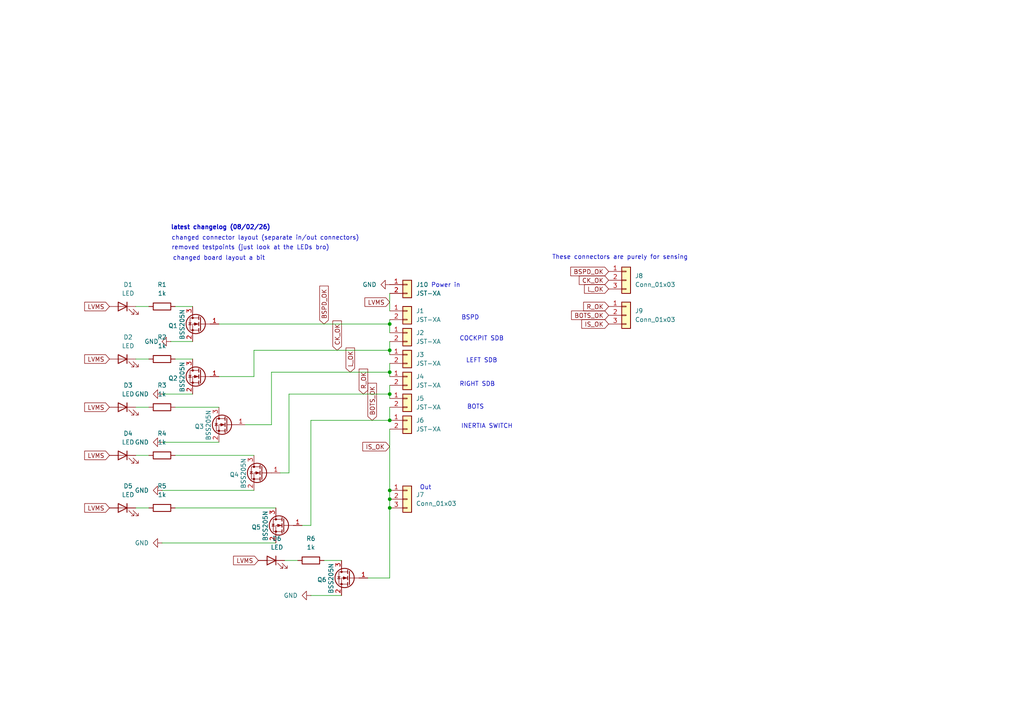
<source format=kicad_sch>
(kicad_sch
	(version 20250114)
	(generator "eeschema")
	(generator_version "9.0")
	(uuid "b296b2e3-589e-4215-8d69-96257576fa6f")
	(paper "A4")
	(lib_symbols
		(symbol "Connector_Generic:Conn_01x03"
			(pin_names
				(offset 1.016)
				(hide yes)
			)
			(exclude_from_sim no)
			(in_bom yes)
			(on_board yes)
			(property "Reference" "J"
				(at 0 5.08 0)
				(effects
					(font
						(size 1.27 1.27)
					)
				)
			)
			(property "Value" "Conn_01x03"
				(at 0 -5.08 0)
				(effects
					(font
						(size 1.27 1.27)
					)
				)
			)
			(property "Footprint" ""
				(at 0 0 0)
				(effects
					(font
						(size 1.27 1.27)
					)
					(hide yes)
				)
			)
			(property "Datasheet" "~"
				(at 0 0 0)
				(effects
					(font
						(size 1.27 1.27)
					)
					(hide yes)
				)
			)
			(property "Description" "Generic connector, single row, 01x03, script generated (kicad-library-utils/schlib/autogen/connector/)"
				(at 0 0 0)
				(effects
					(font
						(size 1.27 1.27)
					)
					(hide yes)
				)
			)
			(property "ki_keywords" "connector"
				(at 0 0 0)
				(effects
					(font
						(size 1.27 1.27)
					)
					(hide yes)
				)
			)
			(property "ki_fp_filters" "Connector*:*_1x??_*"
				(at 0 0 0)
				(effects
					(font
						(size 1.27 1.27)
					)
					(hide yes)
				)
			)
			(symbol "Conn_01x03_1_1"
				(rectangle
					(start -1.27 3.81)
					(end 1.27 -3.81)
					(stroke
						(width 0.254)
						(type default)
					)
					(fill
						(type background)
					)
				)
				(rectangle
					(start -1.27 2.667)
					(end 0 2.413)
					(stroke
						(width 0.1524)
						(type default)
					)
					(fill
						(type none)
					)
				)
				(rectangle
					(start -1.27 0.127)
					(end 0 -0.127)
					(stroke
						(width 0.1524)
						(type default)
					)
					(fill
						(type none)
					)
				)
				(rectangle
					(start -1.27 -2.413)
					(end 0 -2.667)
					(stroke
						(width 0.1524)
						(type default)
					)
					(fill
						(type none)
					)
				)
				(pin passive line
					(at -5.08 2.54 0)
					(length 3.81)
					(name "Pin_1"
						(effects
							(font
								(size 1.27 1.27)
							)
						)
					)
					(number "1"
						(effects
							(font
								(size 1.27 1.27)
							)
						)
					)
				)
				(pin passive line
					(at -5.08 0 0)
					(length 3.81)
					(name "Pin_2"
						(effects
							(font
								(size 1.27 1.27)
							)
						)
					)
					(number "2"
						(effects
							(font
								(size 1.27 1.27)
							)
						)
					)
				)
				(pin passive line
					(at -5.08 -2.54 0)
					(length 3.81)
					(name "Pin_3"
						(effects
							(font
								(size 1.27 1.27)
							)
						)
					)
					(number "3"
						(effects
							(font
								(size 1.27 1.27)
							)
						)
					)
				)
			)
			(embedded_fonts no)
		)
		(symbol "Custom_MSM:Connector_JST-XA_2POS"
			(pin_names
				(offset 1.016)
				(hide yes)
			)
			(exclude_from_sim no)
			(in_bom yes)
			(on_board yes)
			(property "Reference" "J"
				(at 0 2.54 0)
				(effects
					(font
						(size 1.27 1.27)
					)
				)
			)
			(property "Value" "JST-XA"
				(at 0 -5.08 0)
				(effects
					(font
						(size 1.27 1.27)
					)
				)
			)
			(property "Footprint" "Custom_MSM:Connector_JST-XA_2POS"
				(at 0 0 0)
				(effects
					(font
						(size 1.27 1.27)
					)
					(hide yes)
				)
			)
			(property "Datasheet" "https://www.jst.com/wp-content/uploads/2021/01/eXA-WB-new.pdf"
				(at 0 0 0)
				(effects
					(font
						(size 1.27 1.27)
					)
					(hide yes)
				)
			)
			(property "Description" "MSM standard 2-pin JST-XA connector"
				(at 0 0 0)
				(effects
					(font
						(size 1.27 1.27)
					)
					(hide yes)
				)
			)
			(property "MFN" "JST"
				(at 0 0 0)
				(effects
					(font
						(size 1.27 1.27)
					)
					(hide yes)
				)
			)
			(property "MFP" "B02B-XASK-1"
				(at 0 0 0)
				(effects
					(font
						(size 1.27 1.27)
					)
					(hide yes)
				)
			)
			(property "S1PN" "306-B02BXASK1LFSNP"
				(at 0 0 0)
				(effects
					(font
						(size 1.27 1.27)
					)
					(hide yes)
				)
			)
			(property "S1PL" "https://mou.sr/47CbilP"
				(at 0 0 0)
				(effects
					(font
						(size 1.27 1.27)
					)
					(hide yes)
				)
			)
			(property "S2PN" "455-B02B-XASK-1-ND"
				(at 0 0 0)
				(effects
					(font
						(size 1.27 1.27)
					)
					(hide yes)
				)
			)
			(property "S2PL" "https://www.digikey.co.uk/short/91htv4bz"
				(at 0 0 0)
				(effects
					(font
						(size 1.27 1.27)
					)
					(hide yes)
				)
			)
			(property "ki_keywords" "Connector JST XA JST-XA 2pos Vertical"
				(at 0 0 0)
				(effects
					(font
						(size 1.27 1.27)
					)
					(hide yes)
				)
			)
			(property "ki_fp_filters" "Connector*:*_1x??_*"
				(at 0 0 0)
				(effects
					(font
						(size 1.27 1.27)
					)
					(hide yes)
				)
			)
			(symbol "Connector_JST-XA_2POS_1_1"
				(rectangle
					(start -1.27 1.27)
					(end 1.27 -3.81)
					(stroke
						(width 0.254)
						(type default)
					)
					(fill
						(type background)
					)
				)
				(rectangle
					(start -1.27 0.127)
					(end 0 -0.127)
					(stroke
						(width 0.1524)
						(type default)
					)
					(fill
						(type none)
					)
				)
				(rectangle
					(start -1.27 -2.413)
					(end 0 -2.667)
					(stroke
						(width 0.1524)
						(type default)
					)
					(fill
						(type none)
					)
				)
				(pin passive line
					(at -5.08 0 0)
					(length 3.81)
					(name "Pin_1"
						(effects
							(font
								(size 1.27 1.27)
							)
						)
					)
					(number "1"
						(effects
							(font
								(size 1.27 1.27)
							)
						)
					)
				)
				(pin passive line
					(at -5.08 -2.54 0)
					(length 3.81)
					(name "Pin_2"
						(effects
							(font
								(size 1.27 1.27)
							)
						)
					)
					(number "2"
						(effects
							(font
								(size 1.27 1.27)
							)
						)
					)
				)
			)
			(embedded_fonts no)
		)
		(symbol "Custom_MSM:MOSFET_N-CH"
			(pin_names
				(offset 0)
				(hide yes)
			)
			(exclude_from_sim no)
			(in_bom yes)
			(on_board yes)
			(property "Reference" "Q"
				(at 5.08 1.905 0)
				(effects
					(font
						(size 1.27 1.27)
					)
					(justify left)
				)
			)
			(property "Value" "BSS205N"
				(at 5.08 0 0)
				(effects
					(font
						(size 1.27 1.27)
					)
					(justify left)
				)
			)
			(property "Footprint" "Custom_MSM:MOSFET_Single_SOT-23"
				(at 5.08 2.54 0)
				(effects
					(font
						(size 1.27 1.27)
					)
					(hide yes)
				)
			)
			(property "Datasheet" "https://www.infineon.com/dgdl/BSS205N_Rev2.4.pdf?folderId=db3a3043156fd573011622e10b5c1f67&fileId=db3a304330f686060131091244950062"
				(at 0 0 0)
				(effects
					(font
						(size 1.27 1.27)
					)
					(hide yes)
				)
			)
			(property "Description" "MSM standard 3-pin N-Channel MOSFET"
				(at 0 0 0)
				(effects
					(font
						(size 1.27 1.27)
					)
					(hide yes)
				)
			)
			(property "MFN" "Infineon"
				(at 0 0 0)
				(effects
					(font
						(size 1.27 1.27)
					)
					(hide yes)
				)
			)
			(property "MFP" "BSS205NH6327XTSA1"
				(at 0 0 0)
				(effects
					(font
						(size 1.27 1.27)
					)
					(hide yes)
				)
			)
			(property "S1PN" "726-BSS205NH6327"
				(at 0 0 0)
				(effects
					(font
						(size 1.27 1.27)
					)
					(hide yes)
				)
			)
			(property "S1PL" "https://mou.sr/3WyFwkN"
				(at 0 0 0)
				(effects
					(font
						(size 1.27 1.27)
					)
					(hide yes)
				)
			)
			(property "S2PN" "BSS205NH6327XTSA1CT-ND"
				(at 0 0 0)
				(effects
					(font
						(size 1.27 1.27)
					)
					(hide yes)
				)
			)
			(property "S2PL" "https://www.digikey.co.uk/short/wdw0q373"
				(at 0 0 0)
				(effects
					(font
						(size 1.27 1.27)
					)
					(hide yes)
				)
			)
			(property "ki_keywords" "TSOT-23 SOT-23 MOSFET Single FET P-Channel N-Channel P N Channel"
				(at 0 0 0)
				(effects
					(font
						(size 1.27 1.27)
					)
					(hide yes)
				)
			)
			(symbol "MOSFET_N-CH_0_1"
				(polyline
					(pts
						(xy 0.254 1.905) (xy 0.254 -1.905)
					)
					(stroke
						(width 0.254)
						(type default)
					)
					(fill
						(type none)
					)
				)
				(polyline
					(pts
						(xy 0.254 0) (xy -2.54 0)
					)
					(stroke
						(width 0)
						(type default)
					)
					(fill
						(type none)
					)
				)
				(polyline
					(pts
						(xy 0.762 2.286) (xy 0.762 1.27)
					)
					(stroke
						(width 0.254)
						(type default)
					)
					(fill
						(type none)
					)
				)
				(polyline
					(pts
						(xy 0.762 0.508) (xy 0.762 -0.508)
					)
					(stroke
						(width 0.254)
						(type default)
					)
					(fill
						(type none)
					)
				)
				(polyline
					(pts
						(xy 0.762 -1.27) (xy 0.762 -2.286)
					)
					(stroke
						(width 0.254)
						(type default)
					)
					(fill
						(type none)
					)
				)
				(polyline
					(pts
						(xy 0.762 -1.778) (xy 3.302 -1.778) (xy 3.302 1.778) (xy 0.762 1.778)
					)
					(stroke
						(width 0)
						(type default)
					)
					(fill
						(type none)
					)
				)
				(polyline
					(pts
						(xy 1.016 0) (xy 2.032 0.381) (xy 2.032 -0.381) (xy 1.016 0)
					)
					(stroke
						(width 0)
						(type default)
					)
					(fill
						(type outline)
					)
				)
				(circle
					(center 1.651 0)
					(radius 2.794)
					(stroke
						(width 0.254)
						(type default)
					)
					(fill
						(type none)
					)
				)
				(polyline
					(pts
						(xy 2.54 2.54) (xy 2.54 1.778)
					)
					(stroke
						(width 0)
						(type default)
					)
					(fill
						(type none)
					)
				)
				(circle
					(center 2.54 1.778)
					(radius 0.254)
					(stroke
						(width 0)
						(type default)
					)
					(fill
						(type outline)
					)
				)
				(circle
					(center 2.54 -1.778)
					(radius 0.254)
					(stroke
						(width 0)
						(type default)
					)
					(fill
						(type outline)
					)
				)
				(polyline
					(pts
						(xy 2.54 -2.54) (xy 2.54 0) (xy 0.762 0)
					)
					(stroke
						(width 0)
						(type default)
					)
					(fill
						(type none)
					)
				)
				(polyline
					(pts
						(xy 2.921 0.381) (xy 3.683 0.381)
					)
					(stroke
						(width 0)
						(type default)
					)
					(fill
						(type none)
					)
				)
				(polyline
					(pts
						(xy 3.302 0.381) (xy 2.921 -0.254) (xy 3.683 -0.254) (xy 3.302 0.381)
					)
					(stroke
						(width 0)
						(type default)
					)
					(fill
						(type none)
					)
				)
			)
			(symbol "MOSFET_N-CH_1_1"
				(pin input line
					(at -5.08 0 0)
					(length 2.54)
					(name "G"
						(effects
							(font
								(size 1.27 1.27)
							)
						)
					)
					(number "1"
						(effects
							(font
								(size 1.27 1.27)
							)
						)
					)
				)
				(pin passive line
					(at 2.54 5.08 270)
					(length 2.54)
					(name "D"
						(effects
							(font
								(size 1.27 1.27)
							)
						)
					)
					(number "3"
						(effects
							(font
								(size 1.27 1.27)
							)
						)
					)
				)
				(pin passive line
					(at 2.54 -5.08 90)
					(length 2.54)
					(name "S"
						(effects
							(font
								(size 1.27 1.27)
							)
						)
					)
					(number "2"
						(effects
							(font
								(size 1.27 1.27)
							)
						)
					)
				)
			)
			(embedded_fonts no)
		)
		(symbol "Device:LED"
			(pin_numbers
				(hide yes)
			)
			(pin_names
				(offset 1.016)
				(hide yes)
			)
			(exclude_from_sim no)
			(in_bom yes)
			(on_board yes)
			(property "Reference" "D"
				(at 0 2.54 0)
				(effects
					(font
						(size 1.27 1.27)
					)
				)
			)
			(property "Value" "LED"
				(at 0 -2.54 0)
				(effects
					(font
						(size 1.27 1.27)
					)
				)
			)
			(property "Footprint" ""
				(at 0 0 0)
				(effects
					(font
						(size 1.27 1.27)
					)
					(hide yes)
				)
			)
			(property "Datasheet" "~"
				(at 0 0 0)
				(effects
					(font
						(size 1.27 1.27)
					)
					(hide yes)
				)
			)
			(property "Description" "Light emitting diode"
				(at 0 0 0)
				(effects
					(font
						(size 1.27 1.27)
					)
					(hide yes)
				)
			)
			(property "Sim.Pins" "1=K 2=A"
				(at 0 0 0)
				(effects
					(font
						(size 1.27 1.27)
					)
					(hide yes)
				)
			)
			(property "ki_keywords" "LED diode"
				(at 0 0 0)
				(effects
					(font
						(size 1.27 1.27)
					)
					(hide yes)
				)
			)
			(property "ki_fp_filters" "LED* LED_SMD:* LED_THT:*"
				(at 0 0 0)
				(effects
					(font
						(size 1.27 1.27)
					)
					(hide yes)
				)
			)
			(symbol "LED_0_1"
				(polyline
					(pts
						(xy -3.048 -0.762) (xy -4.572 -2.286) (xy -3.81 -2.286) (xy -4.572 -2.286) (xy -4.572 -1.524)
					)
					(stroke
						(width 0)
						(type default)
					)
					(fill
						(type none)
					)
				)
				(polyline
					(pts
						(xy -1.778 -0.762) (xy -3.302 -2.286) (xy -2.54 -2.286) (xy -3.302 -2.286) (xy -3.302 -1.524)
					)
					(stroke
						(width 0)
						(type default)
					)
					(fill
						(type none)
					)
				)
				(polyline
					(pts
						(xy -1.27 0) (xy 1.27 0)
					)
					(stroke
						(width 0)
						(type default)
					)
					(fill
						(type none)
					)
				)
				(polyline
					(pts
						(xy -1.27 -1.27) (xy -1.27 1.27)
					)
					(stroke
						(width 0.254)
						(type default)
					)
					(fill
						(type none)
					)
				)
				(polyline
					(pts
						(xy 1.27 -1.27) (xy 1.27 1.27) (xy -1.27 0) (xy 1.27 -1.27)
					)
					(stroke
						(width 0.254)
						(type default)
					)
					(fill
						(type none)
					)
				)
			)
			(symbol "LED_1_1"
				(pin passive line
					(at -3.81 0 0)
					(length 2.54)
					(name "K"
						(effects
							(font
								(size 1.27 1.27)
							)
						)
					)
					(number "1"
						(effects
							(font
								(size 1.27 1.27)
							)
						)
					)
				)
				(pin passive line
					(at 3.81 0 180)
					(length 2.54)
					(name "A"
						(effects
							(font
								(size 1.27 1.27)
							)
						)
					)
					(number "2"
						(effects
							(font
								(size 1.27 1.27)
							)
						)
					)
				)
			)
			(embedded_fonts no)
		)
		(symbol "Device:R"
			(pin_numbers
				(hide yes)
			)
			(pin_names
				(offset 0)
			)
			(exclude_from_sim no)
			(in_bom yes)
			(on_board yes)
			(property "Reference" "R"
				(at 2.032 0 90)
				(effects
					(font
						(size 1.27 1.27)
					)
				)
			)
			(property "Value" "R"
				(at 0 0 90)
				(effects
					(font
						(size 1.27 1.27)
					)
				)
			)
			(property "Footprint" ""
				(at -1.778 0 90)
				(effects
					(font
						(size 1.27 1.27)
					)
					(hide yes)
				)
			)
			(property "Datasheet" "~"
				(at 0 0 0)
				(effects
					(font
						(size 1.27 1.27)
					)
					(hide yes)
				)
			)
			(property "Description" "Resistor"
				(at 0 0 0)
				(effects
					(font
						(size 1.27 1.27)
					)
					(hide yes)
				)
			)
			(property "ki_keywords" "R res resistor"
				(at 0 0 0)
				(effects
					(font
						(size 1.27 1.27)
					)
					(hide yes)
				)
			)
			(property "ki_fp_filters" "R_*"
				(at 0 0 0)
				(effects
					(font
						(size 1.27 1.27)
					)
					(hide yes)
				)
			)
			(symbol "R_0_1"
				(rectangle
					(start -1.016 -2.54)
					(end 1.016 2.54)
					(stroke
						(width 0.254)
						(type default)
					)
					(fill
						(type none)
					)
				)
			)
			(symbol "R_1_1"
				(pin passive line
					(at 0 3.81 270)
					(length 1.27)
					(name "~"
						(effects
							(font
								(size 1.27 1.27)
							)
						)
					)
					(number "1"
						(effects
							(font
								(size 1.27 1.27)
							)
						)
					)
				)
				(pin passive line
					(at 0 -3.81 90)
					(length 1.27)
					(name "~"
						(effects
							(font
								(size 1.27 1.27)
							)
						)
					)
					(number "2"
						(effects
							(font
								(size 1.27 1.27)
							)
						)
					)
				)
			)
			(embedded_fonts no)
		)
		(symbol "power:GND"
			(power)
			(pin_numbers
				(hide yes)
			)
			(pin_names
				(offset 0)
				(hide yes)
			)
			(exclude_from_sim no)
			(in_bom yes)
			(on_board yes)
			(property "Reference" "#PWR"
				(at 0 -6.35 0)
				(effects
					(font
						(size 1.27 1.27)
					)
					(hide yes)
				)
			)
			(property "Value" "GND"
				(at 0 -3.81 0)
				(effects
					(font
						(size 1.27 1.27)
					)
				)
			)
			(property "Footprint" ""
				(at 0 0 0)
				(effects
					(font
						(size 1.27 1.27)
					)
					(hide yes)
				)
			)
			(property "Datasheet" ""
				(at 0 0 0)
				(effects
					(font
						(size 1.27 1.27)
					)
					(hide yes)
				)
			)
			(property "Description" "Power symbol creates a global label with name \"GND\" , ground"
				(at 0 0 0)
				(effects
					(font
						(size 1.27 1.27)
					)
					(hide yes)
				)
			)
			(property "ki_keywords" "global power"
				(at 0 0 0)
				(effects
					(font
						(size 1.27 1.27)
					)
					(hide yes)
				)
			)
			(symbol "GND_0_1"
				(polyline
					(pts
						(xy 0 0) (xy 0 -1.27) (xy 1.27 -1.27) (xy 0 -2.54) (xy -1.27 -1.27) (xy 0 -1.27)
					)
					(stroke
						(width 0)
						(type default)
					)
					(fill
						(type none)
					)
				)
			)
			(symbol "GND_1_1"
				(pin power_in line
					(at 0 0 270)
					(length 0)
					(name "~"
						(effects
							(font
								(size 1.27 1.27)
							)
						)
					)
					(number "1"
						(effects
							(font
								(size 1.27 1.27)
							)
						)
					)
				)
			)
			(embedded_fonts no)
		)
	)
	(text "LEFT SDB\n"
		(exclude_from_sim no)
		(at 139.7 104.648 0)
		(effects
			(font
				(size 1.27 1.27)
			)
		)
		(uuid "00606e22-d457-4c2f-a312-d060fe5388ed")
	)
	(text "latest changelog (08/02/26)\n"
		(exclude_from_sim no)
		(at 64.008 66.04 0)
		(effects
			(font
				(size 1.27 1.27)
				(thickness 0.254)
				(bold yes)
			)
		)
		(uuid "05613086-14f4-43bc-91e8-a3a86bd8bf79")
	)
	(text "BOTS"
		(exclude_from_sim no)
		(at 137.922 118.11 0)
		(effects
			(font
				(size 1.27 1.27)
			)
		)
		(uuid "08f0f193-25f2-4ce0-83e1-a389f688a4e5")
	)
	(text "INERTIA SWITCH"
		(exclude_from_sim no)
		(at 141.224 123.698 0)
		(effects
			(font
				(size 1.27 1.27)
			)
		)
		(uuid "2e8d075c-333c-4f6d-b1c1-0b9da2759d78")
	)
	(text "removed testpoints (just look at the LEDs bro)"
		(exclude_from_sim no)
		(at 72.644 71.882 0)
		(effects
			(font
				(size 1.27 1.27)
			)
		)
		(uuid "2f0ba541-c0e2-4233-b637-eb2893b97d62")
	)
	(text "RIGHT SDB"
		(exclude_from_sim no)
		(at 138.43 111.506 0)
		(effects
			(font
				(size 1.27 1.27)
			)
		)
		(uuid "377e1af1-40b8-4145-b464-4893f5d438a3")
	)
	(text "BSPD"
		(exclude_from_sim no)
		(at 136.398 92.202 0)
		(effects
			(font
				(size 1.27 1.27)
			)
		)
		(uuid "42d543a2-259f-4135-8f76-7162f8ec79aa")
	)
	(text "changed connector layout (separate in/out connectors)"
		(exclude_from_sim no)
		(at 76.962 69.088 0)
		(effects
			(font
				(size 1.27 1.27)
			)
		)
		(uuid "4e085142-e375-4d37-8967-5e5dbc48bfb7")
	)
	(text "Power in\n"
		(exclude_from_sim no)
		(at 129.286 82.804 0)
		(effects
			(font
				(size 1.27 1.27)
			)
		)
		(uuid "6da4ae4c-5fc9-475e-b6a0-22d22f761ea0")
	)
	(text "changed board layout a bit"
		(exclude_from_sim no)
		(at 63.5 74.93 0)
		(effects
			(font
				(size 1.27 1.27)
			)
		)
		(uuid "6e476969-5309-4432-b6d4-c17fb004b156")
	)
	(text "COCKPIT SDB"
		(exclude_from_sim no)
		(at 139.7 98.298 0)
		(effects
			(font
				(size 1.27 1.27)
			)
		)
		(uuid "822ee22f-6056-435a-98f2-eae726a187b3")
	)
	(text "Out"
		(exclude_from_sim no)
		(at 123.444 141.478 0)
		(effects
			(font
				(size 1.27 1.27)
			)
		)
		(uuid "ae52df63-39da-4e05-912a-4688c3eb7c10")
	)
	(text "These connectors are purely for sensing"
		(exclude_from_sim no)
		(at 179.832 74.676 0)
		(effects
			(font
				(size 1.27 1.27)
			)
		)
		(uuid "fd160c5e-002a-45e5-9c47-6f4b1578c4c6")
	)
	(junction
		(at 113.03 93.98)
		(diameter 0)
		(color 0 0 0 0)
		(uuid "0687a01a-dd3b-46be-ae1d-4e1e608bd424")
	)
	(junction
		(at 113.03 142.24)
		(diameter 0)
		(color 0 0 0 0)
		(uuid "44476056-4896-492a-8d1e-77c3a3137090")
	)
	(junction
		(at 113.03 101.6)
		(diameter 0)
		(color 0 0 0 0)
		(uuid "564b8128-687c-4cb8-bd2a-46112950e477")
	)
	(junction
		(at 113.03 114.3)
		(diameter 0)
		(color 0 0 0 0)
		(uuid "677fab7f-3c8b-4dfe-83e8-76e61906fd05")
	)
	(junction
		(at 113.03 144.78)
		(diameter 0)
		(color 0 0 0 0)
		(uuid "8e032854-01f6-4ed4-bc24-a29094869859")
	)
	(junction
		(at 113.03 121.92)
		(diameter 0)
		(color 0 0 0 0)
		(uuid "aefb8c66-f852-4cb6-84a2-7f10b2da3da6")
	)
	(junction
		(at 113.03 107.95)
		(diameter 0)
		(color 0 0 0 0)
		(uuid "d055fad6-5f8e-42b0-b83f-ddb5c9d58698")
	)
	(junction
		(at 113.03 147.32)
		(diameter 0)
		(color 0 0 0 0)
		(uuid "df9af5f3-45eb-46fa-b0a4-ee4e4499277a")
	)
	(wire
		(pts
			(xy 63.5 93.98) (xy 113.03 93.98)
		)
		(stroke
			(width 0)
			(type default)
		)
		(uuid "04bb4f9c-1266-49a6-a4b2-c2341a05c980")
	)
	(wire
		(pts
			(xy 83.82 137.16) (xy 83.82 114.3)
		)
		(stroke
			(width 0)
			(type default)
		)
		(uuid "09cc2b62-b80c-405e-a2a2-69b8274a51bf")
	)
	(wire
		(pts
			(xy 90.17 152.4) (xy 90.17 121.92)
		)
		(stroke
			(width 0)
			(type default)
		)
		(uuid "0b607d07-e0b1-4578-9090-c51e437f08f8")
	)
	(wire
		(pts
			(xy 43.18 132.08) (xy 39.37 132.08)
		)
		(stroke
			(width 0)
			(type default)
		)
		(uuid "0ba2e512-b0d6-4e58-b0cf-64344dca244e")
	)
	(wire
		(pts
			(xy 113.03 118.11) (xy 113.03 121.92)
		)
		(stroke
			(width 0)
			(type default)
		)
		(uuid "0f3021f7-d067-421a-abe4-0493ce629d12")
	)
	(wire
		(pts
			(xy 46.99 157.48) (xy 80.01 157.48)
		)
		(stroke
			(width 0)
			(type default)
		)
		(uuid "118a7f65-60ad-4c68-ac01-c46a4da01357")
	)
	(wire
		(pts
			(xy 83.82 137.16) (xy 81.28 137.16)
		)
		(stroke
			(width 0)
			(type default)
		)
		(uuid "2155c46f-ea9c-4c96-8066-30683ed523d8")
	)
	(wire
		(pts
			(xy 113.03 92.71) (xy 113.03 93.98)
		)
		(stroke
			(width 0)
			(type default)
		)
		(uuid "21735cea-9e9a-4cc4-b0d2-de6148a66026")
	)
	(wire
		(pts
			(xy 90.17 172.72) (xy 99.06 172.72)
		)
		(stroke
			(width 0)
			(type default)
		)
		(uuid "23b9df4e-3956-4e7e-ad0a-e36194705d54")
	)
	(wire
		(pts
			(xy 113.03 107.95) (xy 113.03 109.22)
		)
		(stroke
			(width 0)
			(type default)
		)
		(uuid "23e3d9e4-755f-4e7b-b10f-7848d3c2e630")
	)
	(wire
		(pts
			(xy 113.03 144.78) (xy 113.03 142.24)
		)
		(stroke
			(width 0)
			(type default)
		)
		(uuid "292e59a0-2ab6-47ba-99f3-45f941897d79")
	)
	(wire
		(pts
			(xy 106.68 167.64) (xy 113.03 167.64)
		)
		(stroke
			(width 0)
			(type default)
		)
		(uuid "30aed89a-7b1a-4ee5-9036-430b21c60b76")
	)
	(wire
		(pts
			(xy 113.03 105.41) (xy 113.03 107.95)
		)
		(stroke
			(width 0)
			(type default)
		)
		(uuid "35469989-d822-4494-9330-010eab54bd28")
	)
	(wire
		(pts
			(xy 113.03 111.76) (xy 113.03 114.3)
		)
		(stroke
			(width 0)
			(type default)
		)
		(uuid "3adef1fe-c95a-4c99-acca-8da9d47c28a9")
	)
	(wire
		(pts
			(xy 78.74 107.95) (xy 113.03 107.95)
		)
		(stroke
			(width 0)
			(type default)
		)
		(uuid "3ca41b16-3e0e-40e5-8beb-82c7bee9cd3a")
	)
	(wire
		(pts
			(xy 50.8 104.14) (xy 55.88 104.14)
		)
		(stroke
			(width 0)
			(type default)
		)
		(uuid "3e741c8c-681d-4773-b1fa-5919f9dea313")
	)
	(wire
		(pts
			(xy 50.8 118.11) (xy 63.5 118.11)
		)
		(stroke
			(width 0)
			(type default)
		)
		(uuid "478f96d8-8c18-46d5-9384-bd7081a17143")
	)
	(wire
		(pts
			(xy 78.74 123.19) (xy 78.74 107.95)
		)
		(stroke
			(width 0)
			(type default)
		)
		(uuid "50fc9b8a-ebaa-46f9-b298-fd3d26bbc722")
	)
	(wire
		(pts
			(xy 50.8 88.9) (xy 55.88 88.9)
		)
		(stroke
			(width 0)
			(type default)
		)
		(uuid "60e86d93-376e-4a90-81da-10076491f2b3")
	)
	(wire
		(pts
			(xy 87.63 152.4) (xy 90.17 152.4)
		)
		(stroke
			(width 0)
			(type default)
		)
		(uuid "67b68fb7-cde1-4013-be9b-f4ccd04fff5f")
	)
	(wire
		(pts
			(xy 113.03 142.24) (xy 113.03 124.46)
		)
		(stroke
			(width 0)
			(type default)
		)
		(uuid "6ccb7ee4-5b8e-4bfc-8cb3-a971a12fafd9")
	)
	(wire
		(pts
			(xy 73.66 101.6) (xy 113.03 101.6)
		)
		(stroke
			(width 0)
			(type default)
		)
		(uuid "75e1dfa8-f1c4-410d-84d3-7cc84d52b4ed")
	)
	(wire
		(pts
			(xy 50.8 147.32) (xy 80.01 147.32)
		)
		(stroke
			(width 0)
			(type default)
		)
		(uuid "80a5c4fc-518e-45d3-b58b-05a8ccf40d9a")
	)
	(wire
		(pts
			(xy 43.18 118.11) (xy 39.37 118.11)
		)
		(stroke
			(width 0)
			(type default)
		)
		(uuid "82ee316d-6e06-4ac8-bf56-b2a9d80ea762")
	)
	(wire
		(pts
			(xy 46.99 114.3) (xy 55.88 114.3)
		)
		(stroke
			(width 0)
			(type default)
		)
		(uuid "87a5c4ad-4339-448b-890c-49e1db3f9d0d")
	)
	(wire
		(pts
			(xy 113.03 167.64) (xy 113.03 147.32)
		)
		(stroke
			(width 0)
			(type default)
		)
		(uuid "8b3fbdee-b302-49d1-a8eb-45f92d1af153")
	)
	(wire
		(pts
			(xy 55.88 99.06) (xy 49.53 99.06)
		)
		(stroke
			(width 0)
			(type default)
		)
		(uuid "977a8663-f0e1-4128-aa93-98921a65f279")
	)
	(wire
		(pts
			(xy 113.03 101.6) (xy 113.03 102.87)
		)
		(stroke
			(width 0)
			(type default)
		)
		(uuid "9ef8392a-93e9-4b3b-8a11-8de3c63b766a")
	)
	(wire
		(pts
			(xy 113.03 99.06) (xy 113.03 101.6)
		)
		(stroke
			(width 0)
			(type default)
		)
		(uuid "a01cce55-a5c8-4bb3-84da-01f5b09cf606")
	)
	(wire
		(pts
			(xy 113.03 85.09) (xy 113.03 90.17)
		)
		(stroke
			(width 0)
			(type default)
		)
		(uuid "b4d9681e-8545-4b08-823e-5b9eb840a8ed")
	)
	(wire
		(pts
			(xy 46.99 142.24) (xy 73.66 142.24)
		)
		(stroke
			(width 0)
			(type default)
		)
		(uuid "c7c5554d-d0a1-41a4-9c48-d831fad112fe")
	)
	(wire
		(pts
			(xy 86.36 162.56) (xy 82.55 162.56)
		)
		(stroke
			(width 0)
			(type default)
		)
		(uuid "cce2c43a-2632-4446-a85a-f7621814884e")
	)
	(wire
		(pts
			(xy 113.03 93.98) (xy 113.03 96.52)
		)
		(stroke
			(width 0)
			(type default)
		)
		(uuid "cedac4e6-02a2-4500-ad8d-cd19bdc282b4")
	)
	(wire
		(pts
			(xy 113.03 114.3) (xy 113.03 115.57)
		)
		(stroke
			(width 0)
			(type default)
		)
		(uuid "d0fce9d2-d8f0-40db-9b09-50a4c1751845")
	)
	(wire
		(pts
			(xy 73.66 109.22) (xy 73.66 101.6)
		)
		(stroke
			(width 0)
			(type default)
		)
		(uuid "d4975120-fe8e-423c-a194-5d5398f1c5d1")
	)
	(wire
		(pts
			(xy 43.18 88.9) (xy 39.37 88.9)
		)
		(stroke
			(width 0)
			(type default)
		)
		(uuid "d5f15237-dd8b-439c-8aa7-2a7350bdd3b4")
	)
	(wire
		(pts
			(xy 113.03 147.32) (xy 113.03 144.78)
		)
		(stroke
			(width 0)
			(type default)
		)
		(uuid "e5511051-79f9-4706-b849-a095f2513ee6")
	)
	(wire
		(pts
			(xy 90.17 121.92) (xy 113.03 121.92)
		)
		(stroke
			(width 0)
			(type default)
		)
		(uuid "e650f994-90c5-4069-936c-ea9f90fdc314")
	)
	(wire
		(pts
			(xy 43.18 147.32) (xy 39.37 147.32)
		)
		(stroke
			(width 0)
			(type default)
		)
		(uuid "e7669692-93ab-4f00-b81a-f54d6ca985c6")
	)
	(wire
		(pts
			(xy 46.99 128.27) (xy 63.5 128.27)
		)
		(stroke
			(width 0)
			(type default)
		)
		(uuid "e8d30d84-5081-4735-a8c7-d739eae132e3")
	)
	(wire
		(pts
			(xy 43.18 104.14) (xy 39.37 104.14)
		)
		(stroke
			(width 0)
			(type default)
		)
		(uuid "eb323972-6caf-4c10-9c4b-b4341dc997ff")
	)
	(wire
		(pts
			(xy 93.98 162.56) (xy 99.06 162.56)
		)
		(stroke
			(width 0)
			(type default)
		)
		(uuid "ee44cc83-c2ee-4440-970f-f2ccd464fc79")
	)
	(wire
		(pts
			(xy 50.8 132.08) (xy 73.66 132.08)
		)
		(stroke
			(width 0)
			(type default)
		)
		(uuid "ef2a4e11-9f2a-4d57-bc5a-0652925bfde8")
	)
	(wire
		(pts
			(xy 73.66 109.22) (xy 63.5 109.22)
		)
		(stroke
			(width 0)
			(type default)
		)
		(uuid "f8f9237c-91ba-4593-9377-8274d489aebf")
	)
	(wire
		(pts
			(xy 78.74 123.19) (xy 71.12 123.19)
		)
		(stroke
			(width 0)
			(type default)
		)
		(uuid "fd4acbc5-bd93-47ec-8214-5940c0499219")
	)
	(wire
		(pts
			(xy 83.82 114.3) (xy 113.03 114.3)
		)
		(stroke
			(width 0)
			(type default)
		)
		(uuid "ffc1a766-d247-4ae5-96b4-de8bb6aa105f")
	)
	(global_label "LVMS"
		(shape input)
		(at 31.75 88.9 180)
		(fields_autoplaced yes)
		(effects
			(font
				(size 1.27 1.27)
			)
			(justify right)
		)
		(uuid "08ef95ed-b623-4ee4-a720-2be3128ae506")
		(property "Intersheetrefs" "${INTERSHEET_REFS}"
			(at 23.9872 88.9 0)
			(effects
				(font
					(size 1.27 1.27)
				)
				(justify right)
				(hide yes)
			)
		)
	)
	(global_label "IS_OK"
		(shape input)
		(at 113.03 129.54 180)
		(fields_autoplaced yes)
		(effects
			(font
				(size 1.27 1.27)
			)
			(justify right)
		)
		(uuid "0ccfc145-ec71-4738-9abc-354285cb358c")
		(property "Intersheetrefs" "${INTERSHEET_REFS}"
			(at 104.6624 129.54 0)
			(effects
				(font
					(size 1.27 1.27)
				)
				(justify right)
				(hide yes)
			)
		)
	)
	(global_label "LVMS"
		(shape input)
		(at 74.93 162.56 180)
		(fields_autoplaced yes)
		(effects
			(font
				(size 1.27 1.27)
			)
			(justify right)
		)
		(uuid "0dedfcce-689a-4038-a7a1-7b67713a58f5")
		(property "Intersheetrefs" "${INTERSHEET_REFS}"
			(at 67.1672 162.56 0)
			(effects
				(font
					(size 1.27 1.27)
				)
				(justify right)
				(hide yes)
			)
		)
	)
	(global_label "LVMS"
		(shape input)
		(at 113.03 87.63 180)
		(fields_autoplaced yes)
		(effects
			(font
				(size 1.27 1.27)
			)
			(justify right)
		)
		(uuid "1809195d-069a-4668-bd9c-81f5cbb12fcb")
		(property "Intersheetrefs" "${INTERSHEET_REFS}"
			(at 105.2672 87.63 0)
			(effects
				(font
					(size 1.27 1.27)
				)
				(justify right)
				(hide yes)
			)
		)
	)
	(global_label "LVMS"
		(shape input)
		(at 31.75 132.08 180)
		(fields_autoplaced yes)
		(effects
			(font
				(size 1.27 1.27)
			)
			(justify right)
		)
		(uuid "224b8f7b-0655-404f-af09-a6772c08c633")
		(property "Intersheetrefs" "${INTERSHEET_REFS}"
			(at 23.9872 132.08 0)
			(effects
				(font
					(size 1.27 1.27)
				)
				(justify right)
				(hide yes)
			)
		)
	)
	(global_label "L_OK"
		(shape input)
		(at 101.6 107.95 90)
		(fields_autoplaced yes)
		(effects
			(font
				(size 1.27 1.27)
			)
			(justify left)
		)
		(uuid "24a3f48e-1127-4d4f-b0d6-afe56a32cd1f")
		(property "Intersheetrefs" "${INTERSHEET_REFS}"
			(at 101.6 100.3686 90)
			(effects
				(font
					(size 1.27 1.27)
				)
				(justify left)
				(hide yes)
			)
		)
	)
	(global_label "LVMS"
		(shape input)
		(at 31.75 104.14 180)
		(fields_autoplaced yes)
		(effects
			(font
				(size 1.27 1.27)
			)
			(justify right)
		)
		(uuid "6868f5fc-f2ed-4f7f-842f-40083ea3dfd8")
		(property "Intersheetrefs" "${INTERSHEET_REFS}"
			(at 23.9872 104.14 0)
			(effects
				(font
					(size 1.27 1.27)
				)
				(justify right)
				(hide yes)
			)
		)
	)
	(global_label "LVMS"
		(shape input)
		(at 31.75 147.32 180)
		(fields_autoplaced yes)
		(effects
			(font
				(size 1.27 1.27)
			)
			(justify right)
		)
		(uuid "6e5891bb-4ab1-4500-b6c8-1ea4cdb53d6e")
		(property "Intersheetrefs" "${INTERSHEET_REFS}"
			(at 23.9872 147.32 0)
			(effects
				(font
					(size 1.27 1.27)
				)
				(justify right)
				(hide yes)
			)
		)
	)
	(global_label "IS_OK"
		(shape input)
		(at 176.53 93.98 180)
		(fields_autoplaced yes)
		(effects
			(font
				(size 1.27 1.27)
			)
			(justify right)
		)
		(uuid "7947c517-d4f8-4d12-b5be-33bc8c71afca")
		(property "Intersheetrefs" "${INTERSHEET_REFS}"
			(at 168.1624 93.98 0)
			(effects
				(font
					(size 1.27 1.27)
				)
				(justify right)
				(hide yes)
			)
		)
	)
	(global_label "BSPD_OK"
		(shape input)
		(at 176.53 78.74 180)
		(fields_autoplaced yes)
		(effects
			(font
				(size 1.27 1.27)
			)
			(justify right)
		)
		(uuid "7a9bddc3-7ad5-4f48-a09b-70b0d8264394")
		(property "Intersheetrefs" "${INTERSHEET_REFS}"
			(at 164.9572 78.74 0)
			(effects
				(font
					(size 1.27 1.27)
				)
				(justify right)
				(hide yes)
			)
		)
	)
	(global_label "L_OK"
		(shape input)
		(at 176.53 83.82 180)
		(fields_autoplaced yes)
		(effects
			(font
				(size 1.27 1.27)
			)
			(justify right)
		)
		(uuid "7bff7b56-6096-445d-a2eb-6beb7ce483b0")
		(property "Intersheetrefs" "${INTERSHEET_REFS}"
			(at 168.9486 83.82 0)
			(effects
				(font
					(size 1.27 1.27)
				)
				(justify right)
				(hide yes)
			)
		)
	)
	(global_label "BSPD_OK"
		(shape input)
		(at 93.98 93.98 90)
		(fields_autoplaced yes)
		(effects
			(font
				(size 1.27 1.27)
			)
			(justify left)
		)
		(uuid "81867d35-e869-41a4-b20e-0e1063a6440f")
		(property "Intersheetrefs" "${INTERSHEET_REFS}"
			(at 93.98 82.4072 90)
			(effects
				(font
					(size 1.27 1.27)
				)
				(justify left)
				(hide yes)
			)
		)
	)
	(global_label "LVMS"
		(shape input)
		(at 31.75 118.11 180)
		(fields_autoplaced yes)
		(effects
			(font
				(size 1.27 1.27)
			)
			(justify right)
		)
		(uuid "8404d0bf-eacb-46a8-9a0f-950f20458192")
		(property "Intersheetrefs" "${INTERSHEET_REFS}"
			(at 23.9872 118.11 0)
			(effects
				(font
					(size 1.27 1.27)
				)
				(justify right)
				(hide yes)
			)
		)
	)
	(global_label "CK_OK"
		(shape input)
		(at 97.79 101.6 90)
		(fields_autoplaced yes)
		(effects
			(font
				(size 1.27 1.27)
			)
			(justify left)
		)
		(uuid "9b41b63a-303c-42fd-b6bc-f36bf39550c1")
		(property "Intersheetrefs" "${INTERSHEET_REFS}"
			(at 97.79 92.5067 90)
			(effects
				(font
					(size 1.27 1.27)
				)
				(justify left)
				(hide yes)
			)
		)
	)
	(global_label "R_OK"
		(shape input)
		(at 176.53 88.9 180)
		(fields_autoplaced yes)
		(effects
			(font
				(size 1.27 1.27)
			)
			(justify right)
		)
		(uuid "abc67345-829f-4e53-986e-d0e3611d2fed")
		(property "Intersheetrefs" "${INTERSHEET_REFS}"
			(at 168.7067 88.9 0)
			(effects
				(font
					(size 1.27 1.27)
				)
				(justify right)
				(hide yes)
			)
		)
	)
	(global_label "BOTS_OK"
		(shape input)
		(at 107.95 121.92 90)
		(fields_autoplaced yes)
		(effects
			(font
				(size 1.27 1.27)
			)
			(justify left)
		)
		(uuid "b82c74bb-f525-4fd4-af40-f4a4b74a7009")
		(property "Intersheetrefs" "${INTERSHEET_REFS}"
			(at 107.95 110.5891 90)
			(effects
				(font
					(size 1.27 1.27)
				)
				(justify left)
				(hide yes)
			)
		)
	)
	(global_label "BOTS_OK"
		(shape input)
		(at 176.53 91.44 180)
		(fields_autoplaced yes)
		(effects
			(font
				(size 1.27 1.27)
			)
			(justify right)
		)
		(uuid "be6a3081-ceaf-4d2c-8b39-e88eda232883")
		(property "Intersheetrefs" "${INTERSHEET_REFS}"
			(at 165.1991 91.44 0)
			(effects
				(font
					(size 1.27 1.27)
				)
				(justify right)
				(hide yes)
			)
		)
	)
	(global_label "R_OK"
		(shape input)
		(at 105.41 114.3 90)
		(fields_autoplaced yes)
		(effects
			(font
				(size 1.27 1.27)
			)
			(justify left)
		)
		(uuid "e8b3ab4e-2aa1-4b65-8169-18620c96b178")
		(property "Intersheetrefs" "${INTERSHEET_REFS}"
			(at 105.41 106.4767 90)
			(effects
				(font
					(size 1.27 1.27)
				)
				(justify left)
				(hide yes)
			)
		)
	)
	(global_label "CK_OK"
		(shape input)
		(at 176.53 81.28 180)
		(fields_autoplaced yes)
		(effects
			(font
				(size 1.27 1.27)
			)
			(justify right)
		)
		(uuid "ffd4d8fd-eb00-4d15-a9de-78c44339ab83")
		(property "Intersheetrefs" "${INTERSHEET_REFS}"
			(at 167.4367 81.28 0)
			(effects
				(font
					(size 1.27 1.27)
				)
				(justify right)
				(hide yes)
			)
		)
	)
	(symbol
		(lib_id "Device:LED")
		(at 35.56 132.08 0)
		(mirror y)
		(unit 1)
		(exclude_from_sim no)
		(in_bom yes)
		(on_board yes)
		(dnp no)
		(fields_autoplaced yes)
		(uuid "14b5e2a5-d740-4bf3-a1c1-faf71a2a8cf8")
		(property "Reference" "D4"
			(at 37.1475 125.73 0)
			(effects
				(font
					(size 1.27 1.27)
				)
			)
		)
		(property "Value" "LED"
			(at 37.1475 128.27 0)
			(effects
				(font
					(size 1.27 1.27)
				)
			)
		)
		(property "Footprint" "LED_SMD:LED_0603_1608Metric"
			(at 35.56 132.08 0)
			(effects
				(font
					(size 1.27 1.27)
				)
				(hide yes)
			)
		)
		(property "Datasheet" "~"
			(at 35.56 132.08 0)
			(effects
				(font
					(size 1.27 1.27)
				)
				(hide yes)
			)
		)
		(property "Description" "Light emitting diode"
			(at 35.56 132.08 0)
			(effects
				(font
					(size 1.27 1.27)
				)
				(hide yes)
			)
		)
		(property "Sim.Pins" "1=K 2=A"
			(at 35.56 132.08 0)
			(effects
				(font
					(size 1.27 1.27)
				)
				(hide yes)
			)
		)
		(pin "1"
			(uuid "dcb31607-10e2-489c-ab17-24d9825866b7")
		)
		(pin "2"
			(uuid "bce4d95b-cbfc-49a1-91fb-64b2191110ae")
		)
		(instances
			(project "IC_SDC_Hub V2.0"
				(path "/b296b2e3-589e-4215-8d69-96257576fa6f"
					(reference "D4")
					(unit 1)
				)
			)
		)
	)
	(symbol
		(lib_id "power:GND")
		(at 46.99 128.27 270)
		(mirror x)
		(unit 1)
		(exclude_from_sim no)
		(in_bom yes)
		(on_board yes)
		(dnp no)
		(fields_autoplaced yes)
		(uuid "2c443e09-a0eb-47ea-b1e0-7f640d2f082a")
		(property "Reference" "#PWR04"
			(at 40.64 128.27 0)
			(effects
				(font
					(size 1.27 1.27)
				)
				(hide yes)
			)
		)
		(property "Value" "GND"
			(at 43.18 128.2699 90)
			(effects
				(font
					(size 1.27 1.27)
				)
				(justify right)
			)
		)
		(property "Footprint" ""
			(at 46.99 128.27 0)
			(effects
				(font
					(size 1.27 1.27)
				)
				(hide yes)
			)
		)
		(property "Datasheet" ""
			(at 46.99 128.27 0)
			(effects
				(font
					(size 1.27 1.27)
				)
				(hide yes)
			)
		)
		(property "Description" "Power symbol creates a global label with name \"GND\" , ground"
			(at 46.99 128.27 0)
			(effects
				(font
					(size 1.27 1.27)
				)
				(hide yes)
			)
		)
		(pin "1"
			(uuid "1a8f296e-69a7-49ba-bc24-69aa38446813")
		)
		(instances
			(project "IC_SDC_Hub V2.0"
				(path "/b296b2e3-589e-4215-8d69-96257576fa6f"
					(reference "#PWR04")
					(unit 1)
				)
			)
		)
	)
	(symbol
		(lib_id "Custom_MSM:Connector_JST-XA_2POS")
		(at 118.11 82.55 0)
		(unit 1)
		(exclude_from_sim no)
		(in_bom yes)
		(on_board yes)
		(dnp no)
		(fields_autoplaced yes)
		(uuid "2de3e86a-88f0-4ac6-872e-990369490ec7")
		(property "Reference" "J10"
			(at 120.65 82.5499 0)
			(effects
				(font
					(size 1.27 1.27)
				)
				(justify left)
			)
		)
		(property "Value" "JST-XA"
			(at 120.65 85.0899 0)
			(effects
				(font
					(size 1.27 1.27)
				)
				(justify left)
			)
		)
		(property "Footprint" "Connector_JST:JST_XA_S02B-XASK-1_1x02_P2.50mm_Horizontal"
			(at 118.11 82.55 0)
			(effects
				(font
					(size 1.27 1.27)
				)
				(hide yes)
			)
		)
		(property "Datasheet" "https://www.jst.com/wp-content/uploads/2021/01/eXA-WB-new.pdf"
			(at 118.11 82.55 0)
			(effects
				(font
					(size 1.27 1.27)
				)
				(hide yes)
			)
		)
		(property "Description" "MSM standard 2-pin JST-XA connector"
			(at 118.11 82.55 0)
			(effects
				(font
					(size 1.27 1.27)
				)
				(hide yes)
			)
		)
		(property "MFN" "JST"
			(at 118.11 82.55 0)
			(effects
				(font
					(size 1.27 1.27)
				)
				(hide yes)
			)
		)
		(property "MFP" "B02B-XASK-1"
			(at 118.11 82.55 0)
			(effects
				(font
					(size 1.27 1.27)
				)
				(hide yes)
			)
		)
		(property "S1PN" "306-B02BXASK1LFSNP"
			(at 118.11 82.55 0)
			(effects
				(font
					(size 1.27 1.27)
				)
				(hide yes)
			)
		)
		(property "S1PL" "https://mou.sr/47CbilP"
			(at 118.11 82.55 0)
			(effects
				(font
					(size 1.27 1.27)
				)
				(hide yes)
			)
		)
		(property "S2PN" "455-B02B-XASK-1-ND"
			(at 118.11 82.55 0)
			(effects
				(font
					(size 1.27 1.27)
				)
				(hide yes)
			)
		)
		(property "S2PL" "https://www.digikey.co.uk/short/91htv4bz"
			(at 118.11 82.55 0)
			(effects
				(font
					(size 1.27 1.27)
				)
				(hide yes)
			)
		)
		(pin "1"
			(uuid "0fb613b0-728e-4940-a633-602af2e037d2")
		)
		(pin "2"
			(uuid "caf685d2-7811-4faa-b9da-5f9aa25ed2a7")
		)
		(instances
			(project "IC_SDC_Hub V2.0"
				(path "/b296b2e3-589e-4215-8d69-96257576fa6f"
					(reference "J10")
					(unit 1)
				)
			)
		)
	)
	(symbol
		(lib_id "Custom_MSM:Connector_JST-XA_2POS")
		(at 118.11 121.92 0)
		(unit 1)
		(exclude_from_sim no)
		(in_bom yes)
		(on_board yes)
		(dnp no)
		(fields_autoplaced yes)
		(uuid "31f4ef8a-d765-4e34-afb3-bc587f9e405d")
		(property "Reference" "J6"
			(at 120.65 121.9199 0)
			(effects
				(font
					(size 1.27 1.27)
				)
				(justify left)
			)
		)
		(property "Value" "JST-XA"
			(at 120.65 124.4599 0)
			(effects
				(font
					(size 1.27 1.27)
				)
				(justify left)
			)
		)
		(property "Footprint" "Connector_JST:JST_XA_S02B-XASK-1_1x02_P2.50mm_Horizontal"
			(at 118.11 121.92 0)
			(effects
				(font
					(size 1.27 1.27)
				)
				(hide yes)
			)
		)
		(property "Datasheet" "https://www.jst.com/wp-content/uploads/2021/01/eXA-WB-new.pdf"
			(at 118.11 121.92 0)
			(effects
				(font
					(size 1.27 1.27)
				)
				(hide yes)
			)
		)
		(property "Description" "MSM standard 2-pin JST-XA connector"
			(at 118.11 121.92 0)
			(effects
				(font
					(size 1.27 1.27)
				)
				(hide yes)
			)
		)
		(property "MFN" "JST"
			(at 118.11 121.92 0)
			(effects
				(font
					(size 1.27 1.27)
				)
				(hide yes)
			)
		)
		(property "MFP" "B02B-XASK-1"
			(at 118.11 121.92 0)
			(effects
				(font
					(size 1.27 1.27)
				)
				(hide yes)
			)
		)
		(property "S1PN" "306-B02BXASK1LFSNP"
			(at 118.11 121.92 0)
			(effects
				(font
					(size 1.27 1.27)
				)
				(hide yes)
			)
		)
		(property "S1PL" "https://mou.sr/47CbilP"
			(at 118.11 121.92 0)
			(effects
				(font
					(size 1.27 1.27)
				)
				(hide yes)
			)
		)
		(property "S2PN" "455-B02B-XASK-1-ND"
			(at 118.11 121.92 0)
			(effects
				(font
					(size 1.27 1.27)
				)
				(hide yes)
			)
		)
		(property "S2PL" "https://www.digikey.co.uk/short/91htv4bz"
			(at 118.11 121.92 0)
			(effects
				(font
					(size 1.27 1.27)
				)
				(hide yes)
			)
		)
		(pin "1"
			(uuid "d48e5f18-15fd-474c-aaac-6bbb6d16748a")
		)
		(pin "2"
			(uuid "8af7f702-4448-45fa-b899-04cc5b29d08b")
		)
		(instances
			(project "IC_SDC_Hub V2.0"
				(path "/b296b2e3-589e-4215-8d69-96257576fa6f"
					(reference "J6")
					(unit 1)
				)
			)
		)
	)
	(symbol
		(lib_id "Device:LED")
		(at 35.56 104.14 0)
		(mirror y)
		(unit 1)
		(exclude_from_sim no)
		(in_bom yes)
		(on_board yes)
		(dnp no)
		(fields_autoplaced yes)
		(uuid "32ec48b1-50cd-41b6-9ed7-144e26ac570e")
		(property "Reference" "D2"
			(at 37.1475 97.79 0)
			(effects
				(font
					(size 1.27 1.27)
				)
			)
		)
		(property "Value" "LED"
			(at 37.1475 100.33 0)
			(effects
				(font
					(size 1.27 1.27)
				)
			)
		)
		(property "Footprint" "LED_SMD:LED_0603_1608Metric"
			(at 35.56 104.14 0)
			(effects
				(font
					(size 1.27 1.27)
				)
				(hide yes)
			)
		)
		(property "Datasheet" "~"
			(at 35.56 104.14 0)
			(effects
				(font
					(size 1.27 1.27)
				)
				(hide yes)
			)
		)
		(property "Description" "Light emitting diode"
			(at 35.56 104.14 0)
			(effects
				(font
					(size 1.27 1.27)
				)
				(hide yes)
			)
		)
		(property "Sim.Pins" "1=K 2=A"
			(at 35.56 104.14 0)
			(effects
				(font
					(size 1.27 1.27)
				)
				(hide yes)
			)
		)
		(pin "1"
			(uuid "3b09ab99-0417-43c7-b0c4-de8f083d4110")
		)
		(pin "2"
			(uuid "41172bb2-5354-442d-8cca-cc994ae8062a")
		)
		(instances
			(project "IC_SDC_Hub V2.0"
				(path "/b296b2e3-589e-4215-8d69-96257576fa6f"
					(reference "D2")
					(unit 1)
				)
			)
		)
	)
	(symbol
		(lib_id "power:GND")
		(at 49.53 99.06 270)
		(mirror x)
		(unit 1)
		(exclude_from_sim no)
		(in_bom yes)
		(on_board yes)
		(dnp no)
		(uuid "36ceb719-6484-47cc-9b34-9b5961a8d27c")
		(property "Reference" "#PWR02"
			(at 43.18 99.06 0)
			(effects
				(font
					(size 1.27 1.27)
				)
				(hide yes)
			)
		)
		(property "Value" "GND"
			(at 45.974 99.06 90)
			(effects
				(font
					(size 1.27 1.27)
				)
				(justify right)
			)
		)
		(property "Footprint" ""
			(at 49.53 99.06 0)
			(effects
				(font
					(size 1.27 1.27)
				)
				(hide yes)
			)
		)
		(property "Datasheet" ""
			(at 49.53 99.06 0)
			(effects
				(font
					(size 1.27 1.27)
				)
				(hide yes)
			)
		)
		(property "Description" "Power symbol creates a global label with name \"GND\" , ground"
			(at 49.53 99.06 0)
			(effects
				(font
					(size 1.27 1.27)
				)
				(hide yes)
			)
		)
		(pin "1"
			(uuid "6ed992c2-743f-4455-ad46-69157b97a2e9")
		)
		(instances
			(project "IC_SDC_Hub V2.0"
				(path "/b296b2e3-589e-4215-8d69-96257576fa6f"
					(reference "#PWR02")
					(unit 1)
				)
			)
		)
	)
	(symbol
		(lib_id "Device:LED")
		(at 35.56 88.9 0)
		(mirror y)
		(unit 1)
		(exclude_from_sim no)
		(in_bom yes)
		(on_board yes)
		(dnp no)
		(fields_autoplaced yes)
		(uuid "3d63fee5-9570-47ea-a4b3-04a8a5312f07")
		(property "Reference" "D1"
			(at 37.1475 82.55 0)
			(effects
				(font
					(size 1.27 1.27)
				)
			)
		)
		(property "Value" "LED"
			(at 37.1475 85.09 0)
			(effects
				(font
					(size 1.27 1.27)
				)
			)
		)
		(property "Footprint" "LED_SMD:LED_0603_1608Metric"
			(at 35.56 88.9 0)
			(effects
				(font
					(size 1.27 1.27)
				)
				(hide yes)
			)
		)
		(property "Datasheet" "~"
			(at 35.56 88.9 0)
			(effects
				(font
					(size 1.27 1.27)
				)
				(hide yes)
			)
		)
		(property "Description" "Light emitting diode"
			(at 35.56 88.9 0)
			(effects
				(font
					(size 1.27 1.27)
				)
				(hide yes)
			)
		)
		(property "Sim.Pins" "1=K 2=A"
			(at 35.56 88.9 0)
			(effects
				(font
					(size 1.27 1.27)
				)
				(hide yes)
			)
		)
		(pin "1"
			(uuid "7b24b64b-dfbb-4202-95d2-b8fa91a19e9d")
		)
		(pin "2"
			(uuid "6c441191-403e-44ce-8452-fdea9a6c162b")
		)
		(instances
			(project "IC_SDC_Hub V2.0"
				(path "/b296b2e3-589e-4215-8d69-96257576fa6f"
					(reference "D1")
					(unit 1)
				)
			)
		)
	)
	(symbol
		(lib_id "Device:R")
		(at 46.99 147.32 90)
		(mirror x)
		(unit 1)
		(exclude_from_sim no)
		(in_bom yes)
		(on_board yes)
		(dnp no)
		(fields_autoplaced yes)
		(uuid "4546d72e-f7f4-4884-b75f-88c3b578eedd")
		(property "Reference" "R5"
			(at 46.99 140.97 90)
			(effects
				(font
					(size 1.27 1.27)
				)
			)
		)
		(property "Value" "1k"
			(at 46.99 143.51 90)
			(effects
				(font
					(size 1.27 1.27)
				)
			)
		)
		(property "Footprint" "Resistor_SMD:R_0603_1608Metric"
			(at 46.99 145.542 90)
			(effects
				(font
					(size 1.27 1.27)
				)
				(hide yes)
			)
		)
		(property "Datasheet" "~"
			(at 46.99 147.32 0)
			(effects
				(font
					(size 1.27 1.27)
				)
				(hide yes)
			)
		)
		(property "Description" "Resistor"
			(at 46.99 147.32 0)
			(effects
				(font
					(size 1.27 1.27)
				)
				(hide yes)
			)
		)
		(pin "1"
			(uuid "94ea9fcb-2c9c-4047-a1b9-20f541c8e13d")
		)
		(pin "2"
			(uuid "e8be88b6-acff-46c8-b003-2a4175b8f324")
		)
		(instances
			(project "IC_SDC_Hub V2.0"
				(path "/b296b2e3-589e-4215-8d69-96257576fa6f"
					(reference "R5")
					(unit 1)
				)
			)
		)
	)
	(symbol
		(lib_id "power:GND")
		(at 113.03 82.55 270)
		(mirror x)
		(unit 1)
		(exclude_from_sim no)
		(in_bom yes)
		(on_board yes)
		(dnp no)
		(fields_autoplaced yes)
		(uuid "472403a5-a92e-428e-8636-7cefb49dfe0d")
		(property "Reference" "#PWR01"
			(at 106.68 82.55 0)
			(effects
				(font
					(size 1.27 1.27)
				)
				(hide yes)
			)
		)
		(property "Value" "GND"
			(at 109.22 82.5499 90)
			(effects
				(font
					(size 1.27 1.27)
				)
				(justify right)
			)
		)
		(property "Footprint" ""
			(at 113.03 82.55 0)
			(effects
				(font
					(size 1.27 1.27)
				)
				(hide yes)
			)
		)
		(property "Datasheet" ""
			(at 113.03 82.55 0)
			(effects
				(font
					(size 1.27 1.27)
				)
				(hide yes)
			)
		)
		(property "Description" "Power symbol creates a global label with name \"GND\" , ground"
			(at 113.03 82.55 0)
			(effects
				(font
					(size 1.27 1.27)
				)
				(hide yes)
			)
		)
		(pin "1"
			(uuid "add8cc63-51a9-4e95-bdd1-3334833504fc")
		)
		(instances
			(project "IC_SDC_Hub V2.0"
				(path "/b296b2e3-589e-4215-8d69-96257576fa6f"
					(reference "#PWR01")
					(unit 1)
				)
			)
		)
	)
	(symbol
		(lib_id "Custom_MSM:Connector_JST-XA_2POS")
		(at 118.11 109.22 0)
		(unit 1)
		(exclude_from_sim no)
		(in_bom yes)
		(on_board yes)
		(dnp no)
		(fields_autoplaced yes)
		(uuid "4e7fc769-c164-4c4a-8fc9-3686ee1c3d64")
		(property "Reference" "J4"
			(at 120.65 109.2199 0)
			(effects
				(font
					(size 1.27 1.27)
				)
				(justify left)
			)
		)
		(property "Value" "JST-XA"
			(at 120.65 111.7599 0)
			(effects
				(font
					(size 1.27 1.27)
				)
				(justify left)
			)
		)
		(property "Footprint" "Connector_JST:JST_XA_S02B-XASK-1_1x02_P2.50mm_Horizontal"
			(at 118.11 109.22 0)
			(effects
				(font
					(size 1.27 1.27)
				)
				(hide yes)
			)
		)
		(property "Datasheet" "https://www.jst.com/wp-content/uploads/2021/01/eXA-WB-new.pdf"
			(at 118.11 109.22 0)
			(effects
				(font
					(size 1.27 1.27)
				)
				(hide yes)
			)
		)
		(property "Description" "MSM standard 2-pin JST-XA connector"
			(at 118.11 109.22 0)
			(effects
				(font
					(size 1.27 1.27)
				)
				(hide yes)
			)
		)
		(property "MFN" "JST"
			(at 118.11 109.22 0)
			(effects
				(font
					(size 1.27 1.27)
				)
				(hide yes)
			)
		)
		(property "MFP" "B02B-XASK-1"
			(at 118.11 109.22 0)
			(effects
				(font
					(size 1.27 1.27)
				)
				(hide yes)
			)
		)
		(property "S1PN" "306-B02BXASK1LFSNP"
			(at 118.11 109.22 0)
			(effects
				(font
					(size 1.27 1.27)
				)
				(hide yes)
			)
		)
		(property "S1PL" "https://mou.sr/47CbilP"
			(at 118.11 109.22 0)
			(effects
				(font
					(size 1.27 1.27)
				)
				(hide yes)
			)
		)
		(property "S2PN" "455-B02B-XASK-1-ND"
			(at 118.11 109.22 0)
			(effects
				(font
					(size 1.27 1.27)
				)
				(hide yes)
			)
		)
		(property "S2PL" "https://www.digikey.co.uk/short/91htv4bz"
			(at 118.11 109.22 0)
			(effects
				(font
					(size 1.27 1.27)
				)
				(hide yes)
			)
		)
		(pin "1"
			(uuid "906e9f79-9485-41fa-8b4f-bfc94fc82a97")
		)
		(pin "2"
			(uuid "7db7af65-05d2-49b6-bb2b-eafaa7749996")
		)
		(instances
			(project "IC_SDC_Hub V2.0"
				(path "/b296b2e3-589e-4215-8d69-96257576fa6f"
					(reference "J4")
					(unit 1)
				)
			)
		)
	)
	(symbol
		(lib_id "Custom_MSM:MOSFET_N-CH")
		(at 101.6 167.64 0)
		(mirror y)
		(unit 1)
		(exclude_from_sim no)
		(in_bom yes)
		(on_board yes)
		(dnp no)
		(uuid "4fac0210-cf71-44c9-9672-276b7b53f2ac")
		(property "Reference" "Q6"
			(at 94.742 168.148 0)
			(effects
				(font
					(size 1.27 1.27)
				)
				(justify left)
			)
		)
		(property "Value" "BSS205N"
			(at 96.012 172.212 90)
			(effects
				(font
					(size 1.27 1.27)
				)
				(justify left)
			)
		)
		(property "Footprint" "Custom_MSM:MOSFET_Single_SOT-23"
			(at 96.52 165.1 0)
			(effects
				(font
					(size 1.27 1.27)
				)
				(hide yes)
			)
		)
		(property "Datasheet" "https://www.infineon.com/dgdl/BSS205N_Rev2.4.pdf?folderId=db3a3043156fd573011622e10b5c1f67&fileId=db3a304330f686060131091244950062"
			(at 101.6 167.64 0)
			(effects
				(font
					(size 1.27 1.27)
				)
				(hide yes)
			)
		)
		(property "Description" "MSM standard 3-pin N-Channel MOSFET"
			(at 101.6 167.64 0)
			(effects
				(font
					(size 1.27 1.27)
				)
				(hide yes)
			)
		)
		(property "MFN" "Infineon"
			(at 101.6 167.64 0)
			(effects
				(font
					(size 1.27 1.27)
				)
				(hide yes)
			)
		)
		(property "MFP" "BSS205NH6327XTSA1"
			(at 101.6 167.64 0)
			(effects
				(font
					(size 1.27 1.27)
				)
				(hide yes)
			)
		)
		(property "S1PN" "726-BSS205NH6327"
			(at 101.6 167.64 0)
			(effects
				(font
					(size 1.27 1.27)
				)
				(hide yes)
			)
		)
		(property "S1PL" "https://mou.sr/3WyFwkN"
			(at 101.6 167.64 0)
			(effects
				(font
					(size 1.27 1.27)
				)
				(hide yes)
			)
		)
		(property "S2PN" "BSS205NH6327XTSA1CT-ND"
			(at 101.6 167.64 0)
			(effects
				(font
					(size 1.27 1.27)
				)
				(hide yes)
			)
		)
		(property "S2PL" "https://www.digikey.co.uk/short/wdw0q373"
			(at 101.6 167.64 0)
			(effects
				(font
					(size 1.27 1.27)
				)
				(hide yes)
			)
		)
		(pin "1"
			(uuid "ac7dfcf8-9bf2-4d6c-9a9f-8dc044eed716")
		)
		(pin "2"
			(uuid "6df11b86-880d-4812-bf9a-270c89acd6a7")
		)
		(pin "3"
			(uuid "581c5b92-2153-4d41-a8ce-e083af4be0c6")
		)
		(instances
			(project "IC_SDC_Hub V2.0"
				(path "/b296b2e3-589e-4215-8d69-96257576fa6f"
					(reference "Q6")
					(unit 1)
				)
			)
		)
	)
	(symbol
		(lib_id "Connector_Generic:Conn_01x03")
		(at 181.61 81.28 0)
		(unit 1)
		(exclude_from_sim no)
		(in_bom yes)
		(on_board yes)
		(dnp no)
		(fields_autoplaced yes)
		(uuid "5115c9c8-3dac-4ad0-a28c-c0ff6cb5b067")
		(property "Reference" "J8"
			(at 184.15 80.0099 0)
			(effects
				(font
					(size 1.27 1.27)
				)
				(justify left)
			)
		)
		(property "Value" "Conn_01x03"
			(at 184.15 82.5499 0)
			(effects
				(font
					(size 1.27 1.27)
				)
				(justify left)
			)
		)
		(property "Footprint" "Connector_JST:JST_XA_S03B-XASK-1_1x03_P2.50mm_Horizontal"
			(at 181.61 81.28 0)
			(effects
				(font
					(size 1.27 1.27)
				)
				(hide yes)
			)
		)
		(property "Datasheet" "~"
			(at 181.61 81.28 0)
			(effects
				(font
					(size 1.27 1.27)
				)
				(hide yes)
			)
		)
		(property "Description" "Generic connector, single row, 01x03, script generated (kicad-library-utils/schlib/autogen/connector/)"
			(at 181.61 81.28 0)
			(effects
				(font
					(size 1.27 1.27)
				)
				(hide yes)
			)
		)
		(pin "1"
			(uuid "ac60c62f-8352-458c-964f-2c51a5605dea")
		)
		(pin "2"
			(uuid "c85d0d2c-fe83-4a96-8495-a7b128a887f6")
		)
		(pin "3"
			(uuid "2b49d8c2-a041-4ea7-8bbc-203249ed7307")
		)
		(instances
			(project ""
				(path "/b296b2e3-589e-4215-8d69-96257576fa6f"
					(reference "J8")
					(unit 1)
				)
			)
		)
	)
	(symbol
		(lib_id "Custom_MSM:Connector_JST-XA_2POS")
		(at 118.11 90.17 0)
		(unit 1)
		(exclude_from_sim no)
		(in_bom yes)
		(on_board yes)
		(dnp no)
		(fields_autoplaced yes)
		(uuid "5d3a6f35-cd91-4b46-b329-ee65447cbae4")
		(property "Reference" "J1"
			(at 120.65 90.1699 0)
			(effects
				(font
					(size 1.27 1.27)
				)
				(justify left)
			)
		)
		(property "Value" "JST-XA"
			(at 120.65 92.7099 0)
			(effects
				(font
					(size 1.27 1.27)
				)
				(justify left)
			)
		)
		(property "Footprint" "Connector_JST:JST_XA_S02B-XASK-1_1x02_P2.50mm_Horizontal"
			(at 118.11 90.17 0)
			(effects
				(font
					(size 1.27 1.27)
				)
				(hide yes)
			)
		)
		(property "Datasheet" "https://www.jst.com/wp-content/uploads/2021/01/eXA-WB-new.pdf"
			(at 118.11 90.17 0)
			(effects
				(font
					(size 1.27 1.27)
				)
				(hide yes)
			)
		)
		(property "Description" "MSM standard 2-pin JST-XA connector"
			(at 118.11 90.17 0)
			(effects
				(font
					(size 1.27 1.27)
				)
				(hide yes)
			)
		)
		(property "MFN" "JST"
			(at 118.11 90.17 0)
			(effects
				(font
					(size 1.27 1.27)
				)
				(hide yes)
			)
		)
		(property "MFP" "B02B-XASK-1"
			(at 118.11 90.17 0)
			(effects
				(font
					(size 1.27 1.27)
				)
				(hide yes)
			)
		)
		(property "S1PN" "306-B02BXASK1LFSNP"
			(at 118.11 90.17 0)
			(effects
				(font
					(size 1.27 1.27)
				)
				(hide yes)
			)
		)
		(property "S1PL" "https://mou.sr/47CbilP"
			(at 118.11 90.17 0)
			(effects
				(font
					(size 1.27 1.27)
				)
				(hide yes)
			)
		)
		(property "S2PN" "455-B02B-XASK-1-ND"
			(at 118.11 90.17 0)
			(effects
				(font
					(size 1.27 1.27)
				)
				(hide yes)
			)
		)
		(property "S2PL" "https://www.digikey.co.uk/short/91htv4bz"
			(at 118.11 90.17 0)
			(effects
				(font
					(size 1.27 1.27)
				)
				(hide yes)
			)
		)
		(pin "1"
			(uuid "fdcc45e3-0e2f-4535-bf90-b9d5515e957f")
		)
		(pin "2"
			(uuid "8a3fe20d-1e7f-48d5-8284-66f1d7736ac6")
		)
		(instances
			(project ""
				(path "/b296b2e3-589e-4215-8d69-96257576fa6f"
					(reference "J1")
					(unit 1)
				)
			)
		)
	)
	(symbol
		(lib_id "Custom_MSM:Connector_JST-XA_2POS")
		(at 118.11 115.57 0)
		(unit 1)
		(exclude_from_sim no)
		(in_bom yes)
		(on_board yes)
		(dnp no)
		(fields_autoplaced yes)
		(uuid "5f9bcc88-24d4-483f-833a-b55c5a230a8e")
		(property "Reference" "J5"
			(at 120.65 115.5699 0)
			(effects
				(font
					(size 1.27 1.27)
				)
				(justify left)
			)
		)
		(property "Value" "JST-XA"
			(at 120.65 118.1099 0)
			(effects
				(font
					(size 1.27 1.27)
				)
				(justify left)
			)
		)
		(property "Footprint" "Connector_JST:JST_XA_S02B-XASK-1_1x02_P2.50mm_Horizontal"
			(at 118.11 115.57 0)
			(effects
				(font
					(size 1.27 1.27)
				)
				(hide yes)
			)
		)
		(property "Datasheet" "https://www.jst.com/wp-content/uploads/2021/01/eXA-WB-new.pdf"
			(at 118.11 115.57 0)
			(effects
				(font
					(size 1.27 1.27)
				)
				(hide yes)
			)
		)
		(property "Description" "MSM standard 2-pin JST-XA connector"
			(at 118.11 115.57 0)
			(effects
				(font
					(size 1.27 1.27)
				)
				(hide yes)
			)
		)
		(property "MFN" "JST"
			(at 118.11 115.57 0)
			(effects
				(font
					(size 1.27 1.27)
				)
				(hide yes)
			)
		)
		(property "MFP" "B02B-XASK-1"
			(at 118.11 115.57 0)
			(effects
				(font
					(size 1.27 1.27)
				)
				(hide yes)
			)
		)
		(property "S1PN" "306-B02BXASK1LFSNP"
			(at 118.11 115.57 0)
			(effects
				(font
					(size 1.27 1.27)
				)
				(hide yes)
			)
		)
		(property "S1PL" "https://mou.sr/47CbilP"
			(at 118.11 115.57 0)
			(effects
				(font
					(size 1.27 1.27)
				)
				(hide yes)
			)
		)
		(property "S2PN" "455-B02B-XASK-1-ND"
			(at 118.11 115.57 0)
			(effects
				(font
					(size 1.27 1.27)
				)
				(hide yes)
			)
		)
		(property "S2PL" "https://www.digikey.co.uk/short/91htv4bz"
			(at 118.11 115.57 0)
			(effects
				(font
					(size 1.27 1.27)
				)
				(hide yes)
			)
		)
		(pin "1"
			(uuid "731b06a2-abb1-4219-8ee9-670b076ead2a")
		)
		(pin "2"
			(uuid "cfb10281-1990-4df1-829e-e18852bd7590")
		)
		(instances
			(project "IC_SDC_Hub V2.0"
				(path "/b296b2e3-589e-4215-8d69-96257576fa6f"
					(reference "J5")
					(unit 1)
				)
			)
		)
	)
	(symbol
		(lib_id "Custom_MSM:Connector_JST-XA_2POS")
		(at 118.11 96.52 0)
		(unit 1)
		(exclude_from_sim no)
		(in_bom yes)
		(on_board yes)
		(dnp no)
		(fields_autoplaced yes)
		(uuid "62f08a8e-7a74-4c1c-8b5f-f3f44dc9d8b0")
		(property "Reference" "J2"
			(at 120.65 96.5199 0)
			(effects
				(font
					(size 1.27 1.27)
				)
				(justify left)
			)
		)
		(property "Value" "JST-XA"
			(at 120.65 99.0599 0)
			(effects
				(font
					(size 1.27 1.27)
				)
				(justify left)
			)
		)
		(property "Footprint" "Connector_JST:JST_XA_S02B-XASK-1_1x02_P2.50mm_Horizontal"
			(at 118.11 96.52 0)
			(effects
				(font
					(size 1.27 1.27)
				)
				(hide yes)
			)
		)
		(property "Datasheet" "https://www.jst.com/wp-content/uploads/2021/01/eXA-WB-new.pdf"
			(at 118.11 96.52 0)
			(effects
				(font
					(size 1.27 1.27)
				)
				(hide yes)
			)
		)
		(property "Description" "MSM standard 2-pin JST-XA connector"
			(at 118.11 96.52 0)
			(effects
				(font
					(size 1.27 1.27)
				)
				(hide yes)
			)
		)
		(property "MFN" "JST"
			(at 118.11 96.52 0)
			(effects
				(font
					(size 1.27 1.27)
				)
				(hide yes)
			)
		)
		(property "MFP" "B02B-XASK-1"
			(at 118.11 96.52 0)
			(effects
				(font
					(size 1.27 1.27)
				)
				(hide yes)
			)
		)
		(property "S1PN" "306-B02BXASK1LFSNP"
			(at 118.11 96.52 0)
			(effects
				(font
					(size 1.27 1.27)
				)
				(hide yes)
			)
		)
		(property "S1PL" "https://mou.sr/47CbilP"
			(at 118.11 96.52 0)
			(effects
				(font
					(size 1.27 1.27)
				)
				(hide yes)
			)
		)
		(property "S2PN" "455-B02B-XASK-1-ND"
			(at 118.11 96.52 0)
			(effects
				(font
					(size 1.27 1.27)
				)
				(hide yes)
			)
		)
		(property "S2PL" "https://www.digikey.co.uk/short/91htv4bz"
			(at 118.11 96.52 0)
			(effects
				(font
					(size 1.27 1.27)
				)
				(hide yes)
			)
		)
		(pin "1"
			(uuid "276e677c-4732-4205-90b1-420af81af669")
		)
		(pin "2"
			(uuid "8a8d117c-1962-4789-9ffa-75d8982ac7cc")
		)
		(instances
			(project "IC_SDC_Hub V2.0"
				(path "/b296b2e3-589e-4215-8d69-96257576fa6f"
					(reference "J2")
					(unit 1)
				)
			)
		)
	)
	(symbol
		(lib_id "Custom_MSM:MOSFET_N-CH")
		(at 58.42 109.22 0)
		(mirror y)
		(unit 1)
		(exclude_from_sim no)
		(in_bom yes)
		(on_board yes)
		(dnp no)
		(uuid "6a554705-d43e-43e2-9ed1-3a1b48f4ef34")
		(property "Reference" "Q2"
			(at 51.562 109.728 0)
			(effects
				(font
					(size 1.27 1.27)
				)
				(justify left)
			)
		)
		(property "Value" "BSS205N"
			(at 52.832 113.792 90)
			(effects
				(font
					(size 1.27 1.27)
				)
				(justify left)
			)
		)
		(property "Footprint" "Custom_MSM:MOSFET_Single_SOT-23"
			(at 53.34 106.68 0)
			(effects
				(font
					(size 1.27 1.27)
				)
				(hide yes)
			)
		)
		(property "Datasheet" "https://www.infineon.com/dgdl/BSS205N_Rev2.4.pdf?folderId=db3a3043156fd573011622e10b5c1f67&fileId=db3a304330f686060131091244950062"
			(at 58.42 109.22 0)
			(effects
				(font
					(size 1.27 1.27)
				)
				(hide yes)
			)
		)
		(property "Description" "MSM standard 3-pin N-Channel MOSFET"
			(at 58.42 109.22 0)
			(effects
				(font
					(size 1.27 1.27)
				)
				(hide yes)
			)
		)
		(property "MFN" "Infineon"
			(at 58.42 109.22 0)
			(effects
				(font
					(size 1.27 1.27)
				)
				(hide yes)
			)
		)
		(property "MFP" "BSS205NH6327XTSA1"
			(at 58.42 109.22 0)
			(effects
				(font
					(size 1.27 1.27)
				)
				(hide yes)
			)
		)
		(property "S1PN" "726-BSS205NH6327"
			(at 58.42 109.22 0)
			(effects
				(font
					(size 1.27 1.27)
				)
				(hide yes)
			)
		)
		(property "S1PL" "https://mou.sr/3WyFwkN"
			(at 58.42 109.22 0)
			(effects
				(font
					(size 1.27 1.27)
				)
				(hide yes)
			)
		)
		(property "S2PN" "BSS205NH6327XTSA1CT-ND"
			(at 58.42 109.22 0)
			(effects
				(font
					(size 1.27 1.27)
				)
				(hide yes)
			)
		)
		(property "S2PL" "https://www.digikey.co.uk/short/wdw0q373"
			(at 58.42 109.22 0)
			(effects
				(font
					(size 1.27 1.27)
				)
				(hide yes)
			)
		)
		(pin "1"
			(uuid "ca08b9a4-7a7f-4058-b729-4c1d53baa52c")
		)
		(pin "2"
			(uuid "afdbd214-65a9-43f9-aa4e-3f2b7af9da63")
		)
		(pin "3"
			(uuid "9901fafe-3d12-4797-a0de-78f8ba3bf667")
		)
		(instances
			(project "IC_SDC_Hub V2.0"
				(path "/b296b2e3-589e-4215-8d69-96257576fa6f"
					(reference "Q2")
					(unit 1)
				)
			)
		)
	)
	(symbol
		(lib_id "power:GND")
		(at 46.99 142.24 270)
		(mirror x)
		(unit 1)
		(exclude_from_sim no)
		(in_bom yes)
		(on_board yes)
		(dnp no)
		(fields_autoplaced yes)
		(uuid "817b380d-8569-43bf-9b5a-05441f80a1b6")
		(property "Reference" "#PWR05"
			(at 40.64 142.24 0)
			(effects
				(font
					(size 1.27 1.27)
				)
				(hide yes)
			)
		)
		(property "Value" "GND"
			(at 43.18 142.2399 90)
			(effects
				(font
					(size 1.27 1.27)
				)
				(justify right)
			)
		)
		(property "Footprint" ""
			(at 46.99 142.24 0)
			(effects
				(font
					(size 1.27 1.27)
				)
				(hide yes)
			)
		)
		(property "Datasheet" ""
			(at 46.99 142.24 0)
			(effects
				(font
					(size 1.27 1.27)
				)
				(hide yes)
			)
		)
		(property "Description" "Power symbol creates a global label with name \"GND\" , ground"
			(at 46.99 142.24 0)
			(effects
				(font
					(size 1.27 1.27)
				)
				(hide yes)
			)
		)
		(pin "1"
			(uuid "dc936214-600e-4c4a-b2e0-45d64362bc24")
		)
		(instances
			(project "IC_SDC_Hub V2.0"
				(path "/b296b2e3-589e-4215-8d69-96257576fa6f"
					(reference "#PWR05")
					(unit 1)
				)
			)
		)
	)
	(symbol
		(lib_id "Custom_MSM:MOSFET_N-CH")
		(at 82.55 152.4 0)
		(mirror y)
		(unit 1)
		(exclude_from_sim no)
		(in_bom yes)
		(on_board yes)
		(dnp no)
		(uuid "8467dbd9-a9b4-4076-9b95-4606cc8d233c")
		(property "Reference" "Q5"
			(at 75.692 152.908 0)
			(effects
				(font
					(size 1.27 1.27)
				)
				(justify left)
			)
		)
		(property "Value" "BSS205N"
			(at 76.962 156.972 90)
			(effects
				(font
					(size 1.27 1.27)
				)
				(justify left)
			)
		)
		(property "Footprint" "Custom_MSM:MOSFET_Single_SOT-23"
			(at 77.47 149.86 0)
			(effects
				(font
					(size 1.27 1.27)
				)
				(hide yes)
			)
		)
		(property "Datasheet" "https://www.infineon.com/dgdl/BSS205N_Rev2.4.pdf?folderId=db3a3043156fd573011622e10b5c1f67&fileId=db3a304330f686060131091244950062"
			(at 82.55 152.4 0)
			(effects
				(font
					(size 1.27 1.27)
				)
				(hide yes)
			)
		)
		(property "Description" "MSM standard 3-pin N-Channel MOSFET"
			(at 82.55 152.4 0)
			(effects
				(font
					(size 1.27 1.27)
				)
				(hide yes)
			)
		)
		(property "MFN" "Infineon"
			(at 82.55 152.4 0)
			(effects
				(font
					(size 1.27 1.27)
				)
				(hide yes)
			)
		)
		(property "MFP" "BSS205NH6327XTSA1"
			(at 82.55 152.4 0)
			(effects
				(font
					(size 1.27 1.27)
				)
				(hide yes)
			)
		)
		(property "S1PN" "726-BSS205NH6327"
			(at 82.55 152.4 0)
			(effects
				(font
					(size 1.27 1.27)
				)
				(hide yes)
			)
		)
		(property "S1PL" "https://mou.sr/3WyFwkN"
			(at 82.55 152.4 0)
			(effects
				(font
					(size 1.27 1.27)
				)
				(hide yes)
			)
		)
		(property "S2PN" "BSS205NH6327XTSA1CT-ND"
			(at 82.55 152.4 0)
			(effects
				(font
					(size 1.27 1.27)
				)
				(hide yes)
			)
		)
		(property "S2PL" "https://www.digikey.co.uk/short/wdw0q373"
			(at 82.55 152.4 0)
			(effects
				(font
					(size 1.27 1.27)
				)
				(hide yes)
			)
		)
		(pin "1"
			(uuid "49355350-efa6-4936-8946-204f6927778f")
		)
		(pin "2"
			(uuid "dfd288f8-d2a3-47f3-8ecc-6715b1637c6a")
		)
		(pin "3"
			(uuid "519f0c3a-af9d-4611-90a6-80f910b132a6")
		)
		(instances
			(project "IC_SDC_Hub V2.0"
				(path "/b296b2e3-589e-4215-8d69-96257576fa6f"
					(reference "Q5")
					(unit 1)
				)
			)
		)
	)
	(symbol
		(lib_id "power:GND")
		(at 46.99 157.48 270)
		(mirror x)
		(unit 1)
		(exclude_from_sim no)
		(in_bom yes)
		(on_board yes)
		(dnp no)
		(fields_autoplaced yes)
		(uuid "86d1365a-ba61-4e52-a6ae-49e7d9d2de30")
		(property "Reference" "#PWR06"
			(at 40.64 157.48 0)
			(effects
				(font
					(size 1.27 1.27)
				)
				(hide yes)
			)
		)
		(property "Value" "GND"
			(at 43.18 157.4799 90)
			(effects
				(font
					(size 1.27 1.27)
				)
				(justify right)
			)
		)
		(property "Footprint" ""
			(at 46.99 157.48 0)
			(effects
				(font
					(size 1.27 1.27)
				)
				(hide yes)
			)
		)
		(property "Datasheet" ""
			(at 46.99 157.48 0)
			(effects
				(font
					(size 1.27 1.27)
				)
				(hide yes)
			)
		)
		(property "Description" "Power symbol creates a global label with name \"GND\" , ground"
			(at 46.99 157.48 0)
			(effects
				(font
					(size 1.27 1.27)
				)
				(hide yes)
			)
		)
		(pin "1"
			(uuid "d34909d5-6660-47ea-86d5-48e8c5f586e3")
		)
		(instances
			(project "IC_SDC_Hub V2.0"
				(path "/b296b2e3-589e-4215-8d69-96257576fa6f"
					(reference "#PWR06")
					(unit 1)
				)
			)
		)
	)
	(symbol
		(lib_id "Device:R")
		(at 90.17 162.56 90)
		(mirror x)
		(unit 1)
		(exclude_from_sim no)
		(in_bom yes)
		(on_board yes)
		(dnp no)
		(fields_autoplaced yes)
		(uuid "9485dff7-92c5-44c0-a080-df986b87c3f0")
		(property "Reference" "R6"
			(at 90.17 156.21 90)
			(effects
				(font
					(size 1.27 1.27)
				)
			)
		)
		(property "Value" "1k"
			(at 90.17 158.75 90)
			(effects
				(font
					(size 1.27 1.27)
				)
			)
		)
		(property "Footprint" "Resistor_SMD:R_0603_1608Metric"
			(at 90.17 160.782 90)
			(effects
				(font
					(size 1.27 1.27)
				)
				(hide yes)
			)
		)
		(property "Datasheet" "~"
			(at 90.17 162.56 0)
			(effects
				(font
					(size 1.27 1.27)
				)
				(hide yes)
			)
		)
		(property "Description" "Resistor"
			(at 90.17 162.56 0)
			(effects
				(font
					(size 1.27 1.27)
				)
				(hide yes)
			)
		)
		(pin "1"
			(uuid "890b25b2-8c15-4be4-ab1c-21007f25a228")
		)
		(pin "2"
			(uuid "2677babf-de87-40d7-b665-3cc59ba7348d")
		)
		(instances
			(project "IC_SDC_Hub V2.0"
				(path "/b296b2e3-589e-4215-8d69-96257576fa6f"
					(reference "R6")
					(unit 1)
				)
			)
		)
	)
	(symbol
		(lib_id "power:GND")
		(at 90.17 172.72 270)
		(mirror x)
		(unit 1)
		(exclude_from_sim no)
		(in_bom yes)
		(on_board yes)
		(dnp no)
		(fields_autoplaced yes)
		(uuid "9e544753-bcbe-4b35-8d64-c0a254c84b47")
		(property "Reference" "#PWR07"
			(at 83.82 172.72 0)
			(effects
				(font
					(size 1.27 1.27)
				)
				(hide yes)
			)
		)
		(property "Value" "GND"
			(at 86.36 172.7199 90)
			(effects
				(font
					(size 1.27 1.27)
				)
				(justify right)
			)
		)
		(property "Footprint" ""
			(at 90.17 172.72 0)
			(effects
				(font
					(size 1.27 1.27)
				)
				(hide yes)
			)
		)
		(property "Datasheet" ""
			(at 90.17 172.72 0)
			(effects
				(font
					(size 1.27 1.27)
				)
				(hide yes)
			)
		)
		(property "Description" "Power symbol creates a global label with name \"GND\" , ground"
			(at 90.17 172.72 0)
			(effects
				(font
					(size 1.27 1.27)
				)
				(hide yes)
			)
		)
		(pin "1"
			(uuid "6fb93f14-6e6b-423e-94ff-52cb73942d0d")
		)
		(instances
			(project "IC_SDC_Hub V2.0"
				(path "/b296b2e3-589e-4215-8d69-96257576fa6f"
					(reference "#PWR07")
					(unit 1)
				)
			)
		)
	)
	(symbol
		(lib_id "Connector_Generic:Conn_01x03")
		(at 118.11 144.78 0)
		(unit 1)
		(exclude_from_sim no)
		(in_bom yes)
		(on_board yes)
		(dnp no)
		(fields_autoplaced yes)
		(uuid "ace5003f-7585-482f-b7fe-f2d4a0e9bdf6")
		(property "Reference" "J7"
			(at 120.65 143.5099 0)
			(effects
				(font
					(size 1.27 1.27)
				)
				(justify left)
			)
		)
		(property "Value" "Conn_01x03"
			(at 120.65 146.0499 0)
			(effects
				(font
					(size 1.27 1.27)
				)
				(justify left)
			)
		)
		(property "Footprint" "Connector_JST:JST_XA_S03B-XASK-1_1x03_P2.50mm_Horizontal"
			(at 118.11 144.78 0)
			(effects
				(font
					(size 1.27 1.27)
				)
				(hide yes)
			)
		)
		(property "Datasheet" "~"
			(at 118.11 144.78 0)
			(effects
				(font
					(size 1.27 1.27)
				)
				(hide yes)
			)
		)
		(property "Description" "Generic connector, single row, 01x03, script generated (kicad-library-utils/schlib/autogen/connector/)"
			(at 118.11 144.78 0)
			(effects
				(font
					(size 1.27 1.27)
				)
				(hide yes)
			)
		)
		(pin "1"
			(uuid "2fa14439-3aac-4a26-92a7-6f9bab2cba89")
		)
		(pin "2"
			(uuid "cf89978e-745f-4cc0-a530-c9e16999f878")
		)
		(pin "3"
			(uuid "5d69c030-f0f8-42c6-954e-bc3f6b643864")
		)
		(instances
			(project "IC_SDC_Hub V2.0"
				(path "/b296b2e3-589e-4215-8d69-96257576fa6f"
					(reference "J7")
					(unit 1)
				)
			)
		)
	)
	(symbol
		(lib_id "Device:R")
		(at 46.99 104.14 90)
		(mirror x)
		(unit 1)
		(exclude_from_sim no)
		(in_bom yes)
		(on_board yes)
		(dnp no)
		(fields_autoplaced yes)
		(uuid "af06e8cf-f2ea-4dc0-9d02-f04f3342c04e")
		(property "Reference" "R2"
			(at 46.99 97.79 90)
			(effects
				(font
					(size 1.27 1.27)
				)
			)
		)
		(property "Value" "1k"
			(at 46.99 100.33 90)
			(effects
				(font
					(size 1.27 1.27)
				)
			)
		)
		(property "Footprint" "Resistor_SMD:R_0603_1608Metric"
			(at 46.99 102.362 90)
			(effects
				(font
					(size 1.27 1.27)
				)
				(hide yes)
			)
		)
		(property "Datasheet" "~"
			(at 46.99 104.14 0)
			(effects
				(font
					(size 1.27 1.27)
				)
				(hide yes)
			)
		)
		(property "Description" "Resistor"
			(at 46.99 104.14 0)
			(effects
				(font
					(size 1.27 1.27)
				)
				(hide yes)
			)
		)
		(pin "1"
			(uuid "97cd96d5-cf10-4dc3-b0fa-3aeddfd5d32a")
		)
		(pin "2"
			(uuid "7f544432-8b81-4e93-8bbe-594151372bc3")
		)
		(instances
			(project "IC_SDC_Hub V2.0"
				(path "/b296b2e3-589e-4215-8d69-96257576fa6f"
					(reference "R2")
					(unit 1)
				)
			)
		)
	)
	(symbol
		(lib_id "Device:R")
		(at 46.99 118.11 90)
		(mirror x)
		(unit 1)
		(exclude_from_sim no)
		(in_bom yes)
		(on_board yes)
		(dnp no)
		(fields_autoplaced yes)
		(uuid "b2a51e9c-dd66-4dc8-bc23-e07e71b45053")
		(property "Reference" "R3"
			(at 46.99 111.76 90)
			(effects
				(font
					(size 1.27 1.27)
				)
			)
		)
		(property "Value" "1k"
			(at 46.99 114.3 90)
			(effects
				(font
					(size 1.27 1.27)
				)
			)
		)
		(property "Footprint" "Resistor_SMD:R_0603_1608Metric"
			(at 46.99 116.332 90)
			(effects
				(font
					(size 1.27 1.27)
				)
				(hide yes)
			)
		)
		(property "Datasheet" "~"
			(at 46.99 118.11 0)
			(effects
				(font
					(size 1.27 1.27)
				)
				(hide yes)
			)
		)
		(property "Description" "Resistor"
			(at 46.99 118.11 0)
			(effects
				(font
					(size 1.27 1.27)
				)
				(hide yes)
			)
		)
		(pin "1"
			(uuid "924d698b-fe60-4914-af2c-0c931664ddbb")
		)
		(pin "2"
			(uuid "6d9fdf41-09b4-422a-be9a-fedd4993ffa0")
		)
		(instances
			(project "IC_SDC_Hub V2.0"
				(path "/b296b2e3-589e-4215-8d69-96257576fa6f"
					(reference "R3")
					(unit 1)
				)
			)
		)
	)
	(symbol
		(lib_id "Connector_Generic:Conn_01x03")
		(at 181.61 91.44 0)
		(unit 1)
		(exclude_from_sim no)
		(in_bom yes)
		(on_board yes)
		(dnp no)
		(fields_autoplaced yes)
		(uuid "b87af97e-81d2-42e1-bcce-0f1793d1001a")
		(property "Reference" "J9"
			(at 184.15 90.1699 0)
			(effects
				(font
					(size 1.27 1.27)
				)
				(justify left)
			)
		)
		(property "Value" "Conn_01x03"
			(at 184.15 92.7099 0)
			(effects
				(font
					(size 1.27 1.27)
				)
				(justify left)
			)
		)
		(property "Footprint" "Connector_JST:JST_XA_S03B-XASK-1_1x03_P2.50mm_Horizontal"
			(at 181.61 91.44 0)
			(effects
				(font
					(size 1.27 1.27)
				)
				(hide yes)
			)
		)
		(property "Datasheet" "~"
			(at 181.61 91.44 0)
			(effects
				(font
					(size 1.27 1.27)
				)
				(hide yes)
			)
		)
		(property "Description" "Generic connector, single row, 01x03, script generated (kicad-library-utils/schlib/autogen/connector/)"
			(at 181.61 91.44 0)
			(effects
				(font
					(size 1.27 1.27)
				)
				(hide yes)
			)
		)
		(pin "1"
			(uuid "6682566d-d1fc-4ab7-af87-e7a2396b8fc9")
		)
		(pin "2"
			(uuid "26a80796-c5e7-415a-9645-7971dde41a3e")
		)
		(pin "3"
			(uuid "7d3a3cbf-3f6e-4012-8a55-a50925c256e8")
		)
		(instances
			(project "IC_SDC_Hub V2.0"
				(path "/b296b2e3-589e-4215-8d69-96257576fa6f"
					(reference "J9")
					(unit 1)
				)
			)
		)
	)
	(symbol
		(lib_id "Device:LED")
		(at 35.56 118.11 0)
		(mirror y)
		(unit 1)
		(exclude_from_sim no)
		(in_bom yes)
		(on_board yes)
		(dnp no)
		(fields_autoplaced yes)
		(uuid "c7745931-2bdc-4dbb-b518-792966c834c4")
		(property "Reference" "D3"
			(at 37.1475 111.76 0)
			(effects
				(font
					(size 1.27 1.27)
				)
			)
		)
		(property "Value" "LED"
			(at 37.1475 114.3 0)
			(effects
				(font
					(size 1.27 1.27)
				)
			)
		)
		(property "Footprint" "LED_SMD:LED_0603_1608Metric"
			(at 35.56 118.11 0)
			(effects
				(font
					(size 1.27 1.27)
				)
				(hide yes)
			)
		)
		(property "Datasheet" "~"
			(at 35.56 118.11 0)
			(effects
				(font
					(size 1.27 1.27)
				)
				(hide yes)
			)
		)
		(property "Description" "Light emitting diode"
			(at 35.56 118.11 0)
			(effects
				(font
					(size 1.27 1.27)
				)
				(hide yes)
			)
		)
		(property "Sim.Pins" "1=K 2=A"
			(at 35.56 118.11 0)
			(effects
				(font
					(size 1.27 1.27)
				)
				(hide yes)
			)
		)
		(pin "1"
			(uuid "6a6d5578-ed8e-4c32-8088-c01134b75388")
		)
		(pin "2"
			(uuid "798f9f7c-0744-4933-ae85-24dd7ba9d6c2")
		)
		(instances
			(project "IC_SDC_Hub V2.0"
				(path "/b296b2e3-589e-4215-8d69-96257576fa6f"
					(reference "D3")
					(unit 1)
				)
			)
		)
	)
	(symbol
		(lib_id "Custom_MSM:Connector_JST-XA_2POS")
		(at 118.11 102.87 0)
		(unit 1)
		(exclude_from_sim no)
		(in_bom yes)
		(on_board yes)
		(dnp no)
		(fields_autoplaced yes)
		(uuid "c89ac07e-8fb0-41c8-ac00-188a3d20eb01")
		(property "Reference" "J3"
			(at 120.65 102.8699 0)
			(effects
				(font
					(size 1.27 1.27)
				)
				(justify left)
			)
		)
		(property "Value" "JST-XA"
			(at 120.65 105.4099 0)
			(effects
				(font
					(size 1.27 1.27)
				)
				(justify left)
			)
		)
		(property "Footprint" "Connector_JST:JST_XA_S02B-XASK-1_1x02_P2.50mm_Horizontal"
			(at 118.11 102.87 0)
			(effects
				(font
					(size 1.27 1.27)
				)
				(hide yes)
			)
		)
		(property "Datasheet" "https://www.jst.com/wp-content/uploads/2021/01/eXA-WB-new.pdf"
			(at 118.11 102.87 0)
			(effects
				(font
					(size 1.27 1.27)
				)
				(hide yes)
			)
		)
		(property "Description" "MSM standard 2-pin JST-XA connector"
			(at 118.11 102.87 0)
			(effects
				(font
					(size 1.27 1.27)
				)
				(hide yes)
			)
		)
		(property "MFN" "JST"
			(at 118.11 102.87 0)
			(effects
				(font
					(size 1.27 1.27)
				)
				(hide yes)
			)
		)
		(property "MFP" "B02B-XASK-1"
			(at 118.11 102.87 0)
			(effects
				(font
					(size 1.27 1.27)
				)
				(hide yes)
			)
		)
		(property "S1PN" "306-B02BXASK1LFSNP"
			(at 118.11 102.87 0)
			(effects
				(font
					(size 1.27 1.27)
				)
				(hide yes)
			)
		)
		(property "S1PL" "https://mou.sr/47CbilP"
			(at 118.11 102.87 0)
			(effects
				(font
					(size 1.27 1.27)
				)
				(hide yes)
			)
		)
		(property "S2PN" "455-B02B-XASK-1-ND"
			(at 118.11 102.87 0)
			(effects
				(font
					(size 1.27 1.27)
				)
				(hide yes)
			)
		)
		(property "S2PL" "https://www.digikey.co.uk/short/91htv4bz"
			(at 118.11 102.87 0)
			(effects
				(font
					(size 1.27 1.27)
				)
				(hide yes)
			)
		)
		(pin "1"
			(uuid "0ea9644e-84a2-442c-ac9f-d1d899a2d151")
		)
		(pin "2"
			(uuid "e7131bad-adf4-431b-85f6-3337912cc407")
		)
		(instances
			(project "IC_SDC_Hub V2.0"
				(path "/b296b2e3-589e-4215-8d69-96257576fa6f"
					(reference "J3")
					(unit 1)
				)
			)
		)
	)
	(symbol
		(lib_id "Custom_MSM:MOSFET_N-CH")
		(at 76.2 137.16 0)
		(mirror y)
		(unit 1)
		(exclude_from_sim no)
		(in_bom yes)
		(on_board yes)
		(dnp no)
		(uuid "c8dd6a80-4c56-4f03-8dd5-d43285130ae2")
		(property "Reference" "Q4"
			(at 69.342 137.668 0)
			(effects
				(font
					(size 1.27 1.27)
				)
				(justify left)
			)
		)
		(property "Value" "BSS205N"
			(at 70.612 141.732 90)
			(effects
				(font
					(size 1.27 1.27)
				)
				(justify left)
			)
		)
		(property "Footprint" "Custom_MSM:MOSFET_Single_SOT-23"
			(at 71.12 134.62 0)
			(effects
				(font
					(size 1.27 1.27)
				)
				(hide yes)
			)
		)
		(property "Datasheet" "https://www.infineon.com/dgdl/BSS205N_Rev2.4.pdf?folderId=db3a3043156fd573011622e10b5c1f67&fileId=db3a304330f686060131091244950062"
			(at 76.2 137.16 0)
			(effects
				(font
					(size 1.27 1.27)
				)
				(hide yes)
			)
		)
		(property "Description" "MSM standard 3-pin N-Channel MOSFET"
			(at 76.2 137.16 0)
			(effects
				(font
					(size 1.27 1.27)
				)
				(hide yes)
			)
		)
		(property "MFN" "Infineon"
			(at 76.2 137.16 0)
			(effects
				(font
					(size 1.27 1.27)
				)
				(hide yes)
			)
		)
		(property "MFP" "BSS205NH6327XTSA1"
			(at 76.2 137.16 0)
			(effects
				(font
					(size 1.27 1.27)
				)
				(hide yes)
			)
		)
		(property "S1PN" "726-BSS205NH6327"
			(at 76.2 137.16 0)
			(effects
				(font
					(size 1.27 1.27)
				)
				(hide yes)
			)
		)
		(property "S1PL" "https://mou.sr/3WyFwkN"
			(at 76.2 137.16 0)
			(effects
				(font
					(size 1.27 1.27)
				)
				(hide yes)
			)
		)
		(property "S2PN" "BSS205NH6327XTSA1CT-ND"
			(at 76.2 137.16 0)
			(effects
				(font
					(size 1.27 1.27)
				)
				(hide yes)
			)
		)
		(property "S2PL" "https://www.digikey.co.uk/short/wdw0q373"
			(at 76.2 137.16 0)
			(effects
				(font
					(size 1.27 1.27)
				)
				(hide yes)
			)
		)
		(pin "1"
			(uuid "fcb7a012-54b2-4dd6-9ccb-52669a6b3f94")
		)
		(pin "2"
			(uuid "3f8f3cf3-3e92-4053-b455-092ac04c67d6")
		)
		(pin "3"
			(uuid "31a60359-38e4-4f0c-a85d-be1595e88f6f")
		)
		(instances
			(project "IC_SDC_Hub V2.0"
				(path "/b296b2e3-589e-4215-8d69-96257576fa6f"
					(reference "Q4")
					(unit 1)
				)
			)
		)
	)
	(symbol
		(lib_id "Device:R")
		(at 46.99 132.08 90)
		(mirror x)
		(unit 1)
		(exclude_from_sim no)
		(in_bom yes)
		(on_board yes)
		(dnp no)
		(fields_autoplaced yes)
		(uuid "d80e02fd-ed96-444e-8726-c5adae619263")
		(property "Reference" "R4"
			(at 46.99 125.73 90)
			(effects
				(font
					(size 1.27 1.27)
				)
			)
		)
		(property "Value" "1k"
			(at 46.99 128.27 90)
			(effects
				(font
					(size 1.27 1.27)
				)
			)
		)
		(property "Footprint" "Resistor_SMD:R_0603_1608Metric"
			(at 46.99 130.302 90)
			(effects
				(font
					(size 1.27 1.27)
				)
				(hide yes)
			)
		)
		(property "Datasheet" "~"
			(at 46.99 132.08 0)
			(effects
				(font
					(size 1.27 1.27)
				)
				(hide yes)
			)
		)
		(property "Description" "Resistor"
			(at 46.99 132.08 0)
			(effects
				(font
					(size 1.27 1.27)
				)
				(hide yes)
			)
		)
		(pin "1"
			(uuid "32163633-ced7-46ab-865e-6e9297773f7e")
		)
		(pin "2"
			(uuid "893352bb-80b4-47f2-a90a-c9c3d6e2df2f")
		)
		(instances
			(project "IC_SDC_Hub V2.0"
				(path "/b296b2e3-589e-4215-8d69-96257576fa6f"
					(reference "R4")
					(unit 1)
				)
			)
		)
	)
	(symbol
		(lib_id "Device:LED")
		(at 35.56 147.32 0)
		(mirror y)
		(unit 1)
		(exclude_from_sim no)
		(in_bom yes)
		(on_board yes)
		(dnp no)
		(fields_autoplaced yes)
		(uuid "d99032a4-168e-400d-9ed6-993335413ff6")
		(property "Reference" "D5"
			(at 37.1475 140.97 0)
			(effects
				(font
					(size 1.27 1.27)
				)
			)
		)
		(property "Value" "LED"
			(at 37.1475 143.51 0)
			(effects
				(font
					(size 1.27 1.27)
				)
			)
		)
		(property "Footprint" "LED_SMD:LED_0603_1608Metric"
			(at 35.56 147.32 0)
			(effects
				(font
					(size 1.27 1.27)
				)
				(hide yes)
			)
		)
		(property "Datasheet" "~"
			(at 35.56 147.32 0)
			(effects
				(font
					(size 1.27 1.27)
				)
				(hide yes)
			)
		)
		(property "Description" "Light emitting diode"
			(at 35.56 147.32 0)
			(effects
				(font
					(size 1.27 1.27)
				)
				(hide yes)
			)
		)
		(property "Sim.Pins" "1=K 2=A"
			(at 35.56 147.32 0)
			(effects
				(font
					(size 1.27 1.27)
				)
				(hide yes)
			)
		)
		(pin "1"
			(uuid "33f77f5f-4046-43b8-bf3b-eabbf7c5bb6b")
		)
		(pin "2"
			(uuid "385feb2f-c394-4d84-8242-89eff3052a12")
		)
		(instances
			(project "IC_SDC_Hub V2.0"
				(path "/b296b2e3-589e-4215-8d69-96257576fa6f"
					(reference "D5")
					(unit 1)
				)
			)
		)
	)
	(symbol
		(lib_id "Device:LED")
		(at 78.74 162.56 0)
		(mirror y)
		(unit 1)
		(exclude_from_sim no)
		(in_bom yes)
		(on_board yes)
		(dnp no)
		(fields_autoplaced yes)
		(uuid "e98e05a3-0a69-4a65-80b6-7e044982f9b6")
		(property "Reference" "D6"
			(at 80.3275 156.21 0)
			(effects
				(font
					(size 1.27 1.27)
				)
			)
		)
		(property "Value" "LED"
			(at 80.3275 158.75 0)
			(effects
				(font
					(size 1.27 1.27)
				)
			)
		)
		(property "Footprint" "LED_SMD:LED_0603_1608Metric"
			(at 78.74 162.56 0)
			(effects
				(font
					(size 1.27 1.27)
				)
				(hide yes)
			)
		)
		(property "Datasheet" "~"
			(at 78.74 162.56 0)
			(effects
				(font
					(size 1.27 1.27)
				)
				(hide yes)
			)
		)
		(property "Description" "Light emitting diode"
			(at 78.74 162.56 0)
			(effects
				(font
					(size 1.27 1.27)
				)
				(hide yes)
			)
		)
		(property "Sim.Pins" "1=K 2=A"
			(at 78.74 162.56 0)
			(effects
				(font
					(size 1.27 1.27)
				)
				(hide yes)
			)
		)
		(pin "1"
			(uuid "40430368-da53-428a-93a1-fafbf2e3d84e")
		)
		(pin "2"
			(uuid "b7e7a937-fee6-4664-85ab-56f4fef8d84c")
		)
		(instances
			(project "IC_SDC_Hub V2.0"
				(path "/b296b2e3-589e-4215-8d69-96257576fa6f"
					(reference "D6")
					(unit 1)
				)
			)
		)
	)
	(symbol
		(lib_id "Device:R")
		(at 46.99 88.9 90)
		(mirror x)
		(unit 1)
		(exclude_from_sim no)
		(in_bom yes)
		(on_board yes)
		(dnp no)
		(fields_autoplaced yes)
		(uuid "f7e810ae-9cc3-4213-80b0-7380013ddf8c")
		(property "Reference" "R1"
			(at 46.99 82.55 90)
			(effects
				(font
					(size 1.27 1.27)
				)
			)
		)
		(property "Value" "1k"
			(at 46.99 85.09 90)
			(effects
				(font
					(size 1.27 1.27)
				)
			)
		)
		(property "Footprint" "Resistor_SMD:R_0603_1608Metric"
			(at 46.99 87.122 90)
			(effects
				(font
					(size 1.27 1.27)
				)
				(hide yes)
			)
		)
		(property "Datasheet" "~"
			(at 46.99 88.9 0)
			(effects
				(font
					(size 1.27 1.27)
				)
				(hide yes)
			)
		)
		(property "Description" "Resistor"
			(at 46.99 88.9 0)
			(effects
				(font
					(size 1.27 1.27)
				)
				(hide yes)
			)
		)
		(pin "1"
			(uuid "a32848a3-e58d-4cb1-b5c9-123b8a7b22e1")
		)
		(pin "2"
			(uuid "e8ac7618-8159-4b63-9203-ba625adfd16b")
		)
		(instances
			(project "IC_SDC_Hub V2.0"
				(path "/b296b2e3-589e-4215-8d69-96257576fa6f"
					(reference "R1")
					(unit 1)
				)
			)
		)
	)
	(symbol
		(lib_id "power:GND")
		(at 46.99 114.3 270)
		(mirror x)
		(unit 1)
		(exclude_from_sim no)
		(in_bom yes)
		(on_board yes)
		(dnp no)
		(fields_autoplaced yes)
		(uuid "f9c7008a-99a6-424d-8a4b-b11b5dfa6c4d")
		(property "Reference" "#PWR03"
			(at 40.64 114.3 0)
			(effects
				(font
					(size 1.27 1.27)
				)
				(hide yes)
			)
		)
		(property "Value" "GND"
			(at 43.18 114.2999 90)
			(effects
				(font
					(size 1.27 1.27)
				)
				(justify right)
			)
		)
		(property "Footprint" ""
			(at 46.99 114.3 0)
			(effects
				(font
					(size 1.27 1.27)
				)
				(hide yes)
			)
		)
		(property "Datasheet" ""
			(at 46.99 114.3 0)
			(effects
				(font
					(size 1.27 1.27)
				)
				(hide yes)
			)
		)
		(property "Description" "Power symbol creates a global label with name \"GND\" , ground"
			(at 46.99 114.3 0)
			(effects
				(font
					(size 1.27 1.27)
				)
				(hide yes)
			)
		)
		(pin "1"
			(uuid "3f9c99b9-8349-4881-ad8c-5dee902fef81")
		)
		(instances
			(project "IC_SDC_Hub V2.0"
				(path "/b296b2e3-589e-4215-8d69-96257576fa6f"
					(reference "#PWR03")
					(unit 1)
				)
			)
		)
	)
	(symbol
		(lib_id "Custom_MSM:MOSFET_N-CH")
		(at 66.04 123.19 0)
		(mirror y)
		(unit 1)
		(exclude_from_sim no)
		(in_bom yes)
		(on_board yes)
		(dnp no)
		(uuid "fac57af0-c02e-497a-84c5-13bc3a1b8e77")
		(property "Reference" "Q3"
			(at 59.182 123.698 0)
			(effects
				(font
					(size 1.27 1.27)
				)
				(justify left)
			)
		)
		(property "Value" "BSS205N"
			(at 60.452 127.762 90)
			(effects
				(font
					(size 1.27 1.27)
				)
				(justify left)
			)
		)
		(property "Footprint" "Custom_MSM:MOSFET_Single_SOT-23"
			(at 60.96 120.65 0)
			(effects
				(font
					(size 1.27 1.27)
				)
				(hide yes)
			)
		)
		(property "Datasheet" "https://www.infineon.com/dgdl/BSS205N_Rev2.4.pdf?folderId=db3a3043156fd573011622e10b5c1f67&fileId=db3a304330f686060131091244950062"
			(at 66.04 123.19 0)
			(effects
				(font
					(size 1.27 1.27)
				)
				(hide yes)
			)
		)
		(property "Description" "MSM standard 3-pin N-Channel MOSFET"
			(at 66.04 123.19 0)
			(effects
				(font
					(size 1.27 1.27)
				)
				(hide yes)
			)
		)
		(property "MFN" "Infineon"
			(at 66.04 123.19 0)
			(effects
				(font
					(size 1.27 1.27)
				)
				(hide yes)
			)
		)
		(property "MFP" "BSS205NH6327XTSA1"
			(at 66.04 123.19 0)
			(effects
				(font
					(size 1.27 1.27)
				)
				(hide yes)
			)
		)
		(property "S1PN" "726-BSS205NH6327"
			(at 66.04 123.19 0)
			(effects
				(font
					(size 1.27 1.27)
				)
				(hide yes)
			)
		)
		(property "S1PL" "https://mou.sr/3WyFwkN"
			(at 66.04 123.19 0)
			(effects
				(font
					(size 1.27 1.27)
				)
				(hide yes)
			)
		)
		(property "S2PN" "BSS205NH6327XTSA1CT-ND"
			(at 66.04 123.19 0)
			(effects
				(font
					(size 1.27 1.27)
				)
				(hide yes)
			)
		)
		(property "S2PL" "https://www.digikey.co.uk/short/wdw0q373"
			(at 66.04 123.19 0)
			(effects
				(font
					(size 1.27 1.27)
				)
				(hide yes)
			)
		)
		(pin "1"
			(uuid "9669c94c-77ac-4388-8fca-f131abcf56a8")
		)
		(pin "2"
			(uuid "b4277b0b-7f1a-4730-a04d-bd8473ec46c6")
		)
		(pin "3"
			(uuid "9d7f0da0-deef-4390-9f3d-5610ed0e66ce")
		)
		(instances
			(project "IC_SDC_Hub V2.0"
				(path "/b296b2e3-589e-4215-8d69-96257576fa6f"
					(reference "Q3")
					(unit 1)
				)
			)
		)
	)
	(symbol
		(lib_id "Custom_MSM:MOSFET_N-CH")
		(at 58.42 93.98 0)
		(mirror y)
		(unit 1)
		(exclude_from_sim no)
		(in_bom yes)
		(on_board yes)
		(dnp no)
		(uuid "ff8c5aed-6044-4d3c-850b-93037a16293f")
		(property "Reference" "Q1"
			(at 51.562 94.488 0)
			(effects
				(font
					(size 1.27 1.27)
				)
				(justify left)
			)
		)
		(property "Value" "BSS205N"
			(at 52.832 98.552 90)
			(effects
				(font
					(size 1.27 1.27)
				)
				(justify left)
			)
		)
		(property "Footprint" "Custom_MSM:MOSFET_Single_SOT-23"
			(at 53.34 91.44 0)
			(effects
				(font
					(size 1.27 1.27)
				)
				(hide yes)
			)
		)
		(property "Datasheet" "https://www.infineon.com/dgdl/BSS205N_Rev2.4.pdf?folderId=db3a3043156fd573011622e10b5c1f67&fileId=db3a304330f686060131091244950062"
			(at 58.42 93.98 0)
			(effects
				(font
					(size 1.27 1.27)
				)
				(hide yes)
			)
		)
		(property "Description" "MSM standard 3-pin N-Channel MOSFET"
			(at 58.42 93.98 0)
			(effects
				(font
					(size 1.27 1.27)
				)
				(hide yes)
			)
		)
		(property "MFN" "Infineon"
			(at 58.42 93.98 0)
			(effects
				(font
					(size 1.27 1.27)
				)
				(hide yes)
			)
		)
		(property "MFP" "BSS205NH6327XTSA1"
			(at 58.42 93.98 0)
			(effects
				(font
					(size 1.27 1.27)
				)
				(hide yes)
			)
		)
		(property "S1PN" "726-BSS205NH6327"
			(at 58.42 93.98 0)
			(effects
				(font
					(size 1.27 1.27)
				)
				(hide yes)
			)
		)
		(property "S1PL" "https://mou.sr/3WyFwkN"
			(at 58.42 93.98 0)
			(effects
				(font
					(size 1.27 1.27)
				)
				(hide yes)
			)
		)
		(property "S2PN" "BSS205NH6327XTSA1CT-ND"
			(at 58.42 93.98 0)
			(effects
				(font
					(size 1.27 1.27)
				)
				(hide yes)
			)
		)
		(property "S2PL" "https://www.digikey.co.uk/short/wdw0q373"
			(at 58.42 93.98 0)
			(effects
				(font
					(size 1.27 1.27)
				)
				(hide yes)
			)
		)
		(pin "1"
			(uuid "811e687b-7e5d-4021-8e16-3036e84d8288")
		)
		(pin "2"
			(uuid "0cdb4749-5ffb-45a9-a7c1-c1bca009449d")
		)
		(pin "3"
			(uuid "36b38722-f5d1-445c-9419-6e2f12943dcf")
		)
		(instances
			(project "IC_SDC_Hub V2.0"
				(path "/b296b2e3-589e-4215-8d69-96257576fa6f"
					(reference "Q1")
					(unit 1)
				)
			)
		)
	)
	(sheet_instances
		(path "/"
			(page "1")
		)
	)
	(embedded_fonts no)
)

</source>
